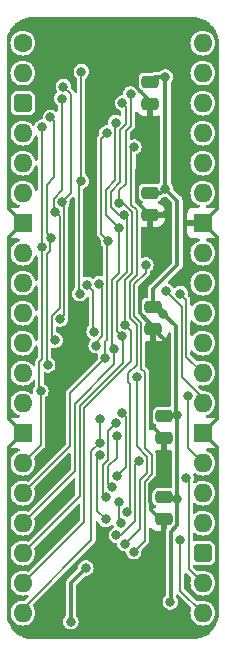
<source format=gbr>
%TF.GenerationSoftware,KiCad,Pcbnew,7.0.5*%
%TF.CreationDate,2023-12-15T16:36:39+02:00*%
%TF.ProjectId,HCP65 Device Reset,48435036-3520-4446-9576-696365205265,rev?*%
%TF.SameCoordinates,Original*%
%TF.FileFunction,Copper,L2,Bot*%
%TF.FilePolarity,Positive*%
%FSLAX46Y46*%
G04 Gerber Fmt 4.6, Leading zero omitted, Abs format (unit mm)*
G04 Created by KiCad (PCBNEW 7.0.5) date 2023-12-15 16:36:39*
%MOMM*%
%LPD*%
G01*
G04 APERTURE LIST*
G04 Aperture macros list*
%AMRoundRect*
0 Rectangle with rounded corners*
0 $1 Rounding radius*
0 $2 $3 $4 $5 $6 $7 $8 $9 X,Y pos of 4 corners*
0 Add a 4 corners polygon primitive as box body*
4,1,4,$2,$3,$4,$5,$6,$7,$8,$9,$2,$3,0*
0 Add four circle primitives for the rounded corners*
1,1,$1+$1,$2,$3*
1,1,$1+$1,$4,$5*
1,1,$1+$1,$6,$7*
1,1,$1+$1,$8,$9*
0 Add four rect primitives between the rounded corners*
20,1,$1+$1,$2,$3,$4,$5,0*
20,1,$1+$1,$4,$5,$6,$7,0*
20,1,$1+$1,$6,$7,$8,$9,0*
20,1,$1+$1,$8,$9,$2,$3,0*%
G04 Aperture macros list end*
%TA.AperFunction,ComponentPad*%
%ADD10C,1.600000*%
%TD*%
%TA.AperFunction,ComponentPad*%
%ADD11O,1.600000X1.600000*%
%TD*%
%TA.AperFunction,ComponentPad*%
%ADD12RoundRect,0.400000X-0.400000X-0.400000X0.400000X-0.400000X0.400000X0.400000X-0.400000X0.400000X0*%
%TD*%
%TA.AperFunction,ComponentPad*%
%ADD13R,1.600000X1.600000*%
%TD*%
%TA.AperFunction,SMDPad,CuDef*%
%ADD14RoundRect,0.250000X-0.475000X0.250000X-0.475000X-0.250000X0.475000X-0.250000X0.475000X0.250000X0*%
%TD*%
%TA.AperFunction,ViaPad*%
%ADD15C,0.800000*%
%TD*%
%TA.AperFunction,Conductor*%
%ADD16C,0.200000*%
%TD*%
%TA.AperFunction,Conductor*%
%ADD17C,0.380000*%
%TD*%
%TA.AperFunction,Conductor*%
%ADD18C,0.350000*%
%TD*%
G04 APERTURE END LIST*
D10*
%TO.P,J4,1,Pin_1*%
%TO.N,/~{Reset}_{Device}1*%
X86360000Y-71120000D03*
D11*
%TO.P,J4,2,Pin_2*%
%TO.N,/~{Reset}_{Device}2*%
X86360000Y-73660000D03*
D12*
%TO.P,J4,3,Pin_3*%
%TO.N,/5V*%
X86360000Y-76200000D03*
D11*
%TO.P,J4,4,Pin_4*%
%TO.N,/~{Reset}_{Device}3*%
X86360000Y-78740000D03*
%TO.P,J4,5,Pin_5*%
%TO.N,/~{Reset}_{Device}8*%
X86360000Y-81280000D03*
%TO.P,J4,6,Pin_6*%
%TO.N,/~{Reset}_{Device}9*%
X86360000Y-83820000D03*
D13*
%TO.P,J4,7,Pin_7*%
%TO.N,/GND*%
X86360000Y-86360000D03*
D11*
%TO.P,J4,8,Pin_8*%
%TO.N,/~{Reset}_{Device}10*%
X86360000Y-88900000D03*
%TO.P,J4,9,Pin_9*%
%TO.N,/~{Reset}_{Device}11*%
X86360000Y-91440000D03*
%TO.P,J4,10,Pin_10*%
%TO.N,unconnected-(J4-Pin_10-Pad10)*%
X86360000Y-93980000D03*
%TO.P,J4,11,Pin_11*%
%TO.N,/D0*%
X86360000Y-96520000D03*
%TO.P,J4,12,Pin_12*%
%TO.N,/D1*%
X86360000Y-99060000D03*
%TO.P,J4,13,Pin_13*%
%TO.N,/D2*%
X86360000Y-101600000D03*
D13*
%TO.P,J4,14,Pin_14*%
%TO.N,/GND*%
X86360000Y-104140000D03*
D11*
%TO.P,J4,15,Pin_15*%
%TO.N,/D3*%
X86360000Y-106680000D03*
%TO.P,J4,16,Pin_16*%
%TO.N,/D4*%
X86360000Y-109220000D03*
%TO.P,J4,17,Pin_17*%
%TO.N,/D5*%
X86360000Y-111760000D03*
%TO.P,J4,18,Pin_18*%
%TO.N,/D6*%
X86360000Y-114300000D03*
%TO.P,J4,19,Pin_19*%
%TO.N,/D7*%
X86360000Y-116840000D03*
%TO.P,J4,20,Pin_20*%
%TO.N,/~{WD}*%
X86360000Y-119380000D03*
%TO.P,J4,21,Pin_21*%
%TO.N,/~{CLK}*%
X101600000Y-119380000D03*
%TO.P,J4,22,Pin_22*%
%TO.N,/~{Device Enable}_{ 16..19}*%
X101600000Y-116840000D03*
D12*
%TO.P,J4,23,Pin_23*%
%TO.N,/5V*%
X101600000Y-114300000D03*
D11*
%TO.P,J4,24,Pin_24*%
%TO.N,/~{Device Enable}_{ 8..15}*%
X101600000Y-111760000D03*
%TO.P,J4,25,Pin_25*%
%TO.N,/~{Device Enable}_{ 1..7}*%
X101600000Y-109220000D03*
%TO.P,J4,26,Pin_26*%
%TO.N,/~{Reset}_{Device}19*%
X101600000Y-106680000D03*
D13*
%TO.P,J4,27,Pin_27*%
%TO.N,/GND*%
X101600000Y-104140000D03*
D11*
%TO.P,J4,28,Pin_28*%
%TO.N,/~{Reset}_{Device}18*%
X101600000Y-101600000D03*
%TO.P,J4,29,Pin_29*%
%TO.N,/~{Reset}_{Device}17*%
X101600000Y-99060000D03*
%TO.P,J4,30,Pin_30*%
%TO.N,/~{Reset}_{Device}16*%
X101600000Y-96520000D03*
%TO.P,J4,31,Pin_31*%
%TO.N,/~{Reset}_{Device}12*%
X101600000Y-93980000D03*
%TO.P,J4,32,Pin_32*%
%TO.N,/~{Reset}_{Device}13*%
X101600000Y-91440000D03*
%TO.P,J4,33,Pin_33*%
%TO.N,/~{Reset}_{Device}14*%
X101600000Y-88900000D03*
D13*
%TO.P,J4,34,Pin_34*%
%TO.N,/GND*%
X101600000Y-86360000D03*
D11*
%TO.P,J4,35,Pin_35*%
%TO.N,/~{Reset}_{Device}15*%
X101600000Y-83820000D03*
%TO.P,J4,36,Pin_36*%
%TO.N,/~{Reset}_{Device}4*%
X101600000Y-81280000D03*
%TO.P,J4,37,Pin_37*%
%TO.N,/~{Reset}_{Device}5*%
X101600000Y-78740000D03*
%TO.P,J4,38,Pin_38*%
%TO.N,/~{Reset}_{Device}6*%
X101600000Y-76200000D03*
%TO.P,J4,39,Pin_39*%
%TO.N,/~{Reset}_{Device}7*%
X101600000Y-73660000D03*
%TO.P,J4,40,Pin_40*%
%TO.N,/~{Reset}*%
X101600000Y-71120000D03*
%TD*%
D14*
%TO.P,C8,1*%
%TO.N,/3.3V*%
X97409000Y-93427000D03*
%TO.P,C8,2*%
%TO.N,/GND*%
X97409000Y-95327000D03*
%TD*%
%TO.P,C1,1*%
%TO.N,/3.3V*%
X97155000Y-83775000D03*
%TO.P,C1,2*%
%TO.N,/GND*%
X97155000Y-85675000D03*
%TD*%
%TO.P,C2,1*%
%TO.N,/3.3V*%
X97155000Y-74377000D03*
%TO.P,C2,2*%
%TO.N,/GND*%
X97155000Y-76277000D03*
%TD*%
%TO.P,C7,1*%
%TO.N,/3.3V*%
X98298000Y-109556000D03*
%TO.P,C7,2*%
%TO.N,/GND*%
X98298000Y-111456000D03*
%TD*%
%TO.P,C6,1*%
%TO.N,/3.3V*%
X98298000Y-102698000D03*
%TO.P,C6,2*%
%TO.N,/GND*%
X98298000Y-104598000D03*
%TD*%
D15*
%TO.N,/3.3V*%
X98262870Y-94034427D03*
X99413000Y-102616000D03*
X99438189Y-109730775D03*
X98425000Y-83439000D03*
X98425000Y-73986984D03*
X98846011Y-118450989D03*
%TO.N,/GND*%
X98043998Y-114427002D03*
X97478506Y-100776000D03*
X89027000Y-117474992D03*
X97155000Y-80711502D03*
X98297980Y-107314990D03*
X87136304Y-92604456D03*
X98128869Y-90110901D03*
X98552000Y-85598000D03*
%TO.N,/5V*%
X91694001Y-115569999D03*
X90424409Y-120129000D03*
%TO.N,/D0*%
X89535000Y-94488000D03*
X89662000Y-84581990D03*
X89789000Y-74803000D03*
%TO.N,/D1*%
X89075758Y-85392128D03*
X89100000Y-96280424D03*
X89662000Y-75819000D03*
%TO.N,/D2*%
X88693682Y-77422317D03*
X88767162Y-87601698D03*
X88468525Y-98374525D03*
%TO.N,/D3*%
X88011000Y-78232000D03*
X87884000Y-100584000D03*
X87965726Y-88411224D03*
%TO.N,/D4*%
X93599000Y-87884000D03*
X93484000Y-78740000D03*
X93350814Y-97790000D03*
%TO.N,/D5*%
X94460999Y-86741000D03*
X94112000Y-97063998D03*
X94234000Y-77851000D03*
%TO.N,/D6*%
X94795757Y-76199994D03*
X94884000Y-85719026D03*
X94745127Y-95933366D03*
%TO.N,/D7*%
X95495757Y-75422235D03*
X94508571Y-84704020D03*
X95005162Y-94967764D03*
%TO.N,/~{Reset}*%
X91313000Y-73533000D03*
X91313000Y-82804000D03*
X91181993Y-92345000D03*
%TO.N,/~{Device Enable}_{ 8..15}*%
X93882937Y-108720763D03*
X94299000Y-104393996D03*
%TO.N,/~{Device Enable}_{ 16..19}*%
X100203000Y-107950000D03*
%TO.N,/~{WD}*%
X92870849Y-102934537D03*
X92862833Y-105001165D03*
%TO.N,/Write Device Reset_{ 8..15}*%
X93370400Y-111455196D03*
X92899000Y-106000514D03*
%TO.N,/Write Device Reset_{ 16..19}*%
X94276642Y-112801611D03*
X96173000Y-106472132D03*
%TO.N,/~{Reset}_{Device}17*%
X92405161Y-95542747D03*
X99695000Y-92329000D03*
X91806450Y-91563937D03*
%TO.N,/~{Reset}_{Device}18*%
X98501531Y-92125481D03*
X92804000Y-91493949D03*
X92558150Y-96746406D03*
%TO.N,/~{Reset}_{Device}19*%
X100330000Y-100965000D03*
%TO.N,/~{Device Enable}_{ 1..7}*%
X94303426Y-107813462D03*
X94773000Y-102410375D03*
%TO.N,/Write Device Reset_{ 1..7}*%
X93379138Y-109584586D03*
X94227407Y-103309297D03*
%TO.N,/Write Device Reset_{ 1..7}\u00B7~{CLK}*%
X95173000Y-110859947D03*
X95753000Y-79921502D03*
%TO.N,/Write Device Reset_{ 8..15}\u00B7~{CLK}*%
X96774000Y-89916000D03*
X95750610Y-114173000D03*
%TO.N,/~{CLK}*%
X99695000Y-113157000D03*
X94646557Y-111737425D03*
X94465002Y-109985191D03*
%TO.N,/Write Device Reset_{ 16..19}\u00B7~{CLK}*%
X95007596Y-113503720D03*
X95993000Y-99376000D03*
%TD*%
D16*
%TO.N,/Write Device Reset_{ 16..19}*%
X95873000Y-111594200D02*
X94665589Y-112801611D01*
%TO.N,/~{CLK}*%
X94465002Y-109985191D02*
X94465002Y-111555870D01*
%TO.N,/Write Device Reset_{ 16..19}\u00B7~{CLK}*%
X96273000Y-112238316D02*
X95007596Y-113503720D01*
X96873000Y-107481320D02*
X96273000Y-108081320D01*
X96873000Y-106132182D02*
X96873000Y-107481320D01*
%TO.N,/~{CLK}*%
X94465002Y-111555870D02*
X94646557Y-111737425D01*
%TO.N,/Write Device Reset_{ 16..19}\u00B7~{CLK}*%
X95993000Y-99376000D02*
X95993000Y-105252182D01*
%TO.N,/Write Device Reset_{ 8..15}\u00B7~{CLK}*%
X96673000Y-113250610D02*
X95750610Y-114173000D01*
X96673000Y-108247006D02*
X96673000Y-113250610D01*
X97273000Y-105966497D02*
X97273000Y-107647006D01*
%TO.N,/Write Device Reset_{ 16..19}*%
X94665589Y-112801611D02*
X94276642Y-112801611D01*
X96173000Y-106472132D02*
X95873000Y-106772132D01*
%TO.N,/Write Device Reset_{ 8..15}\u00B7~{CLK}*%
X96693000Y-105386496D02*
X97273000Y-105966497D01*
%TO.N,/Write Device Reset_{ 16..19}*%
X95873000Y-106772132D02*
X95873000Y-111594200D01*
%TO.N,/Write Device Reset_{ 8..15}\u00B7~{CLK}*%
X96693000Y-99002050D02*
X96693000Y-105386496D01*
X96384000Y-94790966D02*
X96384000Y-98693050D01*
X96774000Y-90551000D02*
X95796000Y-91529000D01*
X96774000Y-89916000D02*
X96774000Y-90551000D01*
X95796000Y-94202965D02*
X96384000Y-94790966D01*
%TO.N,/Write Device Reset_{ 16..19}\u00B7~{CLK}*%
X95993000Y-105252182D02*
X96873000Y-106132182D01*
%TO.N,/Write Device Reset_{ 8..15}\u00B7~{CLK}*%
X97273000Y-107647006D02*
X96673000Y-108247006D01*
X95796000Y-91529000D02*
X95796000Y-94202965D01*
X96384000Y-98693050D02*
X96693000Y-99002050D01*
%TO.N,/Write Device Reset_{ 16..19}\u00B7~{CLK}*%
X96273000Y-108081320D02*
X96273000Y-112238316D01*
%TO.N,/Write Device Reset_{ 8..15}*%
X92664533Y-110749329D02*
X93370400Y-111455196D01*
X92664533Y-106234981D02*
X92664533Y-110749329D01*
X92899000Y-106000514D02*
X92664533Y-106234981D01*
%TO.N,/Write Device Reset_{ 1..7}\u00B7~{CLK}*%
X95473000Y-110559947D02*
X95173000Y-110859947D01*
X95473000Y-100007425D02*
X95473000Y-110559947D01*
X95984000Y-98395050D02*
X95293000Y-99086050D01*
X95984000Y-94956651D02*
X95984000Y-98395050D01*
X95396000Y-94368650D02*
X95984000Y-94956651D01*
X95293000Y-99827425D02*
X95473000Y-100007425D01*
X95396000Y-91363315D02*
X95396000Y-94368650D01*
X95984000Y-90775315D02*
X95396000Y-91363315D01*
X95550000Y-80124502D02*
X95550000Y-84812964D01*
X95753000Y-79921502D02*
X95550000Y-80124502D01*
X95550000Y-84812964D02*
X95984000Y-85246965D01*
X95984000Y-85246965D02*
X95984000Y-90775315D01*
X95293000Y-99086050D02*
X95293000Y-99827425D01*
D17*
%TO.N,/GND*%
X97216976Y-110678976D02*
X97994000Y-111456000D01*
X97163000Y-108449970D02*
X97163001Y-109981689D01*
X97216976Y-110035664D02*
X97216976Y-110678976D01*
X97163001Y-109981689D02*
X97216976Y-110035664D01*
X98297980Y-107314990D02*
X97163000Y-108449970D01*
%TO.N,/3.3V*%
X99413000Y-102616000D02*
X99413000Y-109705586D01*
X98846011Y-118450989D02*
X98897500Y-118399500D01*
X97155000Y-74377000D02*
X97545016Y-73986984D01*
X98679000Y-102616000D02*
X99413000Y-102616000D01*
X98897500Y-118399500D02*
X98897500Y-112486597D01*
X99441000Y-84455000D02*
X98425000Y-83439000D01*
X98089000Y-83775000D02*
X98425000Y-83439000D01*
X98470000Y-109728000D02*
X99435414Y-109728000D01*
X97155000Y-83775000D02*
X98089000Y-83775000D01*
X99314000Y-102517000D02*
X99314000Y-95085557D01*
X99441000Y-89916000D02*
X99441000Y-84455000D01*
X97545016Y-73986984D02*
X98425000Y-73986984D01*
X98897500Y-112486597D02*
X99438189Y-111945908D01*
X99413000Y-102616000D02*
X99314000Y-102517000D01*
X98425000Y-83439000D02*
X98425000Y-73986984D01*
X97409000Y-93427000D02*
X97409000Y-91948000D01*
X99435414Y-109728000D02*
X99438189Y-109730775D01*
X97898049Y-93427000D02*
X98262870Y-93791821D01*
X99438189Y-111945908D02*
X99438189Y-109730775D01*
X98262870Y-93791821D02*
X98262870Y-94034427D01*
X99413000Y-109705586D02*
X99438189Y-109730775D01*
X99314000Y-95085557D02*
X98262870Y-94034427D01*
X97409000Y-91948000D02*
X99441000Y-89916000D01*
%TO.N,/GND*%
X98475000Y-85675000D02*
X98552000Y-85598000D01*
D18*
X85185000Y-105315000D02*
X85185000Y-119673716D01*
X85157000Y-85157000D02*
X85157000Y-75498000D01*
X85185000Y-87535000D02*
X86360000Y-86360000D01*
D17*
X97155000Y-85675000D02*
X97155000Y-87630000D01*
D18*
X87725000Y-74835000D02*
X90551000Y-72009000D01*
D17*
X97155000Y-76277000D02*
X97155000Y-80711502D01*
D18*
X102802999Y-102937001D02*
X101600000Y-104140000D01*
X86360000Y-104140000D02*
X85185000Y-102965000D01*
D17*
X98297990Y-107315000D02*
X98297980Y-107314990D01*
D18*
X102775000Y-75523299D02*
X102086701Y-74835000D01*
X85185000Y-102965000D02*
X85185000Y-92075000D01*
X101600000Y-86360000D02*
X102802999Y-87562999D01*
D17*
X97409000Y-95327000D02*
X98298000Y-96216000D01*
D18*
X98043998Y-118237002D02*
X98043998Y-114427002D01*
X95377000Y-120904000D02*
X98043998Y-118237002D01*
X85193880Y-119746849D02*
X85252695Y-119985469D01*
X87125760Y-92615000D02*
X87136304Y-92604456D01*
X99949000Y-120650000D02*
X98043998Y-118744998D01*
D17*
X98298000Y-111456000D02*
X98298000Y-114173000D01*
D18*
X85252695Y-119985469D02*
X86171226Y-120904000D01*
X102707273Y-119796727D02*
X102707273Y-119985461D01*
D17*
X96294000Y-94008001D02*
X96294000Y-91945770D01*
D18*
X101600000Y-86360000D02*
X102775000Y-85185000D01*
X85725000Y-92615000D02*
X87125760Y-92615000D01*
X85185000Y-92075000D02*
X85725000Y-92615000D01*
D17*
X98298000Y-107315000D02*
X98297990Y-107315000D01*
X97183000Y-103483000D02*
X97183000Y-101071506D01*
X98128869Y-88603869D02*
X98128869Y-90110901D01*
X98298000Y-96216000D02*
X98298000Y-99956506D01*
D18*
X86171226Y-120904000D02*
X95377000Y-120904000D01*
X85185000Y-92075000D02*
X85185000Y-87535000D01*
X102775000Y-85185000D02*
X102775000Y-75523299D01*
D17*
X98298000Y-104598000D02*
X97183000Y-103483000D01*
X98298000Y-104598000D02*
X98298000Y-107315000D01*
X97183000Y-101071506D02*
X97478506Y-100776000D01*
D18*
X85157000Y-75498000D02*
X85820000Y-74835000D01*
X102796218Y-105336218D02*
X102796218Y-119498694D01*
X85185000Y-119673716D02*
X85193880Y-119746849D01*
D17*
X96294000Y-91945770D02*
X98128869Y-90110901D01*
D18*
X90551000Y-72009000D02*
X93178538Y-72009000D01*
X98287299Y-72009000D02*
X93178538Y-72009000D01*
X93178538Y-72009000D02*
X97155000Y-75985462D01*
X102042734Y-120650000D02*
X99949000Y-120650000D01*
X101600000Y-104140000D02*
X102796218Y-105336218D01*
D17*
X96040000Y-81826502D02*
X97155000Y-80711502D01*
D18*
X86360000Y-104140000D02*
X85185000Y-105315000D01*
D17*
X97155000Y-85675000D02*
X98475000Y-85675000D01*
X98298000Y-99956506D02*
X97478506Y-100776000D01*
D18*
X102086701Y-74835000D02*
X101113299Y-74835000D01*
X102767323Y-119736677D02*
X102707273Y-119796727D01*
X102796218Y-119498694D02*
X102767323Y-119736677D01*
X101113299Y-74835000D02*
X98287299Y-72009000D01*
X98043998Y-118744998D02*
X98043998Y-118237002D01*
D17*
X98298000Y-114173000D02*
X98043998Y-114427002D01*
X97155000Y-87630000D02*
X98128869Y-88603869D01*
D18*
X102802999Y-87562999D02*
X102802999Y-102937001D01*
D17*
X97155000Y-85675000D02*
X96040000Y-84560000D01*
D18*
X85820000Y-74835000D02*
X87725000Y-74835000D01*
X102707273Y-119985461D02*
X102042734Y-120650000D01*
D17*
X96040000Y-84560000D02*
X96040000Y-81826502D01*
X97409000Y-95123001D02*
X96294000Y-94008001D01*
D18*
X86360000Y-86360000D02*
X85157000Y-85157000D01*
D17*
%TO.N,/5V*%
X90424000Y-116840000D02*
X90424000Y-120128591D01*
X90424000Y-120128591D02*
X90424409Y-120129000D01*
X91694001Y-115569999D02*
X90424000Y-116840000D01*
D16*
%TO.N,/D0*%
X89867162Y-94155838D02*
X89867162Y-84787152D01*
X90424000Y-75438000D02*
X90424000Y-83819990D01*
X89535000Y-94488000D02*
X89867162Y-94155838D01*
X89789000Y-74803000D02*
X90424000Y-75438000D01*
X89867162Y-84787152D02*
X89662000Y-84581990D01*
X90424000Y-83819990D02*
X89662000Y-84581990D01*
%TO.N,/D1*%
X88962000Y-84292040D02*
X88962000Y-85278370D01*
X89662000Y-83592040D02*
X88962000Y-84292040D01*
X89467162Y-93565888D02*
X89467162Y-85783532D01*
X89100000Y-96280424D02*
X88835000Y-96015424D01*
X88962000Y-85278370D02*
X89075758Y-85392128D01*
X89467162Y-85783532D02*
X89075758Y-85392128D01*
X88835000Y-94198050D02*
X89467162Y-93565888D01*
X89662000Y-75819000D02*
X89662000Y-83592040D01*
X88835000Y-96015424D02*
X88835000Y-94198050D01*
%TO.N,/D2*%
X88767162Y-87601698D02*
X88375758Y-87210294D01*
X88400000Y-98306000D02*
X88468525Y-98374525D01*
X88375758Y-87210294D02*
X88375758Y-83131927D01*
X88665726Y-87703134D02*
X88665726Y-88701174D01*
X89027000Y-82480685D02*
X89027000Y-77755635D01*
X88665726Y-88701174D02*
X88400000Y-88966900D01*
X88400000Y-88966900D02*
X88400000Y-98306000D01*
X88375758Y-83131927D02*
X89027000Y-82480685D01*
X88767162Y-87601698D02*
X88665726Y-87703134D01*
X89027000Y-77755635D02*
X88693682Y-77422317D01*
%TO.N,/D3*%
X87884000Y-100584000D02*
X87768525Y-100468525D01*
X87768525Y-100468525D02*
X87768525Y-98084575D01*
X87965726Y-97887374D02*
X87965726Y-88411224D01*
X87965726Y-78277274D02*
X87965726Y-88411224D01*
X87884000Y-105156000D02*
X87884000Y-100584000D01*
X87768525Y-98084575D02*
X87965726Y-97887374D01*
X86360000Y-106680000D02*
X87884000Y-105156000D01*
X88011000Y-78232000D02*
X87965726Y-78277274D01*
%TO.N,/D4*%
X86360000Y-109220000D02*
X90367000Y-105213000D01*
X90367000Y-105213000D02*
X90367000Y-100773814D01*
X90367000Y-100773814D02*
X93350814Y-97790000D01*
X93599000Y-87884000D02*
X93008571Y-87293571D01*
X93350814Y-96387186D02*
X93350814Y-97790000D01*
X93599000Y-87884000D02*
X93504000Y-87979000D01*
X93505161Y-96232839D02*
X93350814Y-96387186D01*
X93008571Y-87293571D02*
X93008571Y-79215429D01*
X93008571Y-79215429D02*
X93484000Y-78740000D01*
X93504000Y-91628263D02*
X93505161Y-91629425D01*
X93504000Y-87979000D02*
X93504000Y-91628263D01*
X93505161Y-91629425D02*
X93505161Y-96232839D01*
%TO.N,/D5*%
X94184000Y-77901000D02*
X94184000Y-82749981D01*
X93904000Y-91462577D02*
X93904000Y-91158259D01*
X94234000Y-77851000D02*
X94184000Y-77901000D01*
X90767000Y-107353000D02*
X90767000Y-101649628D01*
X93905162Y-91463739D02*
X93904000Y-91462577D01*
X94112000Y-98304628D02*
X94112000Y-97063998D01*
X93904000Y-91158259D02*
X94460999Y-90601259D01*
X93408571Y-83525410D02*
X93408571Y-85688572D01*
X94184000Y-82749981D02*
X93408571Y-83525410D01*
X90767000Y-101649628D02*
X94112000Y-98304628D01*
X86360000Y-111760000D02*
X90767000Y-107353000D01*
X94112000Y-97063998D02*
X93905162Y-96857160D01*
X93905162Y-96857160D02*
X93905162Y-91463739D01*
X93408571Y-85688572D02*
X94460999Y-86741000D01*
X94460999Y-90601259D02*
X94460999Y-86741000D01*
%TO.N,/D6*%
X94812000Y-96000239D02*
X94745127Y-95933366D01*
X95160999Y-85996025D02*
X95160999Y-90466945D01*
X94812000Y-98170314D02*
X94812000Y-96000239D01*
X91167000Y-101815314D02*
X94812000Y-98170314D01*
X94584000Y-78490950D02*
X95061000Y-78013950D01*
X95061000Y-78013950D02*
X95061000Y-76465237D01*
X91167000Y-109493000D02*
X91167000Y-101815314D01*
X86360000Y-114300000D02*
X91167000Y-109493000D01*
X94884000Y-85719026D02*
X94533627Y-85719026D01*
X94533627Y-85719026D02*
X93808571Y-84993970D01*
X93808571Y-83691095D02*
X94584000Y-82915666D01*
X95061000Y-76465237D02*
X94795757Y-76199994D01*
X94305162Y-95493401D02*
X94745127Y-95933366D01*
X93808571Y-84993970D02*
X93808571Y-83691095D01*
X94305162Y-91322783D02*
X94305162Y-95493401D01*
X94884000Y-85719026D02*
X95160999Y-85996025D01*
X95160999Y-90466945D02*
X94305162Y-91322783D01*
X94584000Y-82915666D02*
X94584000Y-78490950D01*
%TO.N,/D7*%
X94875370Y-84704020D02*
X95584000Y-85412650D01*
X95053000Y-83012350D02*
X94508571Y-83556779D01*
X91567000Y-101981000D02*
X95507000Y-98041000D01*
X95053000Y-78587635D02*
X95053000Y-83012350D01*
X95507000Y-98041000D02*
X95507000Y-95469602D01*
X95584000Y-90609629D02*
X94996000Y-91197629D01*
X94996000Y-91197629D02*
X94996000Y-94958602D01*
X94508571Y-84704020D02*
X94875370Y-84704020D01*
X86360000Y-116840000D02*
X91567000Y-111633000D01*
X94508571Y-83556779D02*
X94508571Y-84704020D01*
X95495757Y-78144878D02*
X95053000Y-78587635D01*
X95507000Y-95469602D02*
X95005162Y-94967764D01*
X95584000Y-85412650D02*
X95584000Y-90609629D01*
X91567000Y-111633000D02*
X91567000Y-101981000D01*
X95495757Y-75422235D02*
X95495757Y-78144878D01*
X94996000Y-94958602D02*
X95005162Y-94967764D01*
%TO.N,/~{Reset}*%
X91313000Y-82804000D02*
X91313000Y-73533000D01*
X91106450Y-92269457D02*
X91181993Y-92345000D01*
X91106450Y-83010550D02*
X91106450Y-92269457D01*
X91313000Y-82804000D02*
X91106450Y-83010550D01*
%TO.N,/~{Device Enable}_{ 8..15}*%
X93599000Y-106965635D02*
X94299000Y-106265635D01*
X93599000Y-108436826D02*
X93599000Y-106965635D01*
X94299000Y-106265635D02*
X94299000Y-104393996D01*
X93882937Y-108720763D02*
X93599000Y-108436826D01*
%TO.N,/~{Device Enable}_{ 16..19}*%
X101600000Y-116840000D02*
X100395000Y-115635000D01*
X100395000Y-115635000D02*
X100395000Y-108142000D01*
X100395000Y-108142000D02*
X100203000Y-107950000D01*
%TO.N,/~{WD}*%
X92870849Y-104993149D02*
X92862833Y-105001165D01*
X92172406Y-105691592D02*
X92862833Y-105001165D01*
X92172406Y-113186594D02*
X92172406Y-105691592D01*
X86360000Y-118999000D02*
X92172406Y-113186594D01*
X92870849Y-102934537D02*
X92870849Y-104993149D01*
%TO.N,/~{Reset}_{Device}17*%
X92405161Y-95542747D02*
X92343197Y-95480783D01*
X100204000Y-92838000D02*
X99695000Y-92329000D01*
X92343197Y-95480783D02*
X92343197Y-92100684D01*
X92343197Y-92100684D02*
X91806450Y-91563937D01*
X101600000Y-99060000D02*
X100204000Y-97664000D01*
X100204000Y-97664000D02*
X100204000Y-92838000D01*
%TO.N,/~{Reset}_{Device}18*%
X92558150Y-96487165D02*
X93105161Y-95940154D01*
X99804000Y-93427950D02*
X98501531Y-92125481D01*
X92558150Y-96746406D02*
X92558150Y-96487165D01*
X93105161Y-91795110D02*
X92804000Y-91493949D01*
X93105161Y-95940154D02*
X93105161Y-91795110D01*
X99804000Y-99352350D02*
X99804000Y-93427950D01*
X101600000Y-101148350D02*
X99804000Y-99352350D01*
%TO.N,/~{Reset}_{Device}19*%
X100330000Y-100965000D02*
X100330000Y-105410000D01*
X100330000Y-105410000D02*
X101600000Y-106680000D01*
%TO.N,/~{Device Enable}_{ 1..7}*%
X95073000Y-102710375D02*
X94773000Y-102410375D01*
X94303426Y-107813462D02*
X95073000Y-107043888D01*
X95073000Y-107043888D02*
X95073000Y-102710375D01*
%TO.N,/Write Device Reset_{ 1..7}*%
X93153000Y-109358448D02*
X93153000Y-106845950D01*
X93599000Y-106399950D02*
X93599000Y-103937704D01*
X93599000Y-103937704D02*
X94227407Y-103309297D01*
X93153000Y-106845950D02*
X93599000Y-106399950D01*
X93379138Y-109584586D02*
X93153000Y-109358448D01*
%TO.N,/~{CLK}*%
X101600000Y-119380000D02*
X99695000Y-117475000D01*
X99695000Y-117475000D02*
X99695000Y-113157000D01*
%TD*%
%TA.AperFunction,Conductor*%
%TO.N,/GND*%
G36*
X90675284Y-84166900D02*
G01*
X90731217Y-84208772D01*
X90755634Y-84274236D01*
X90755950Y-84283082D01*
X90755950Y-91797573D01*
X90736265Y-91864612D01*
X90714178Y-91890388D01*
X90691510Y-91910469D01*
X90691508Y-91910472D01*
X90601774Y-92040475D01*
X90601773Y-92040476D01*
X90545755Y-92188181D01*
X90526715Y-92344999D01*
X90526715Y-92345000D01*
X90545755Y-92501818D01*
X90591828Y-92623300D01*
X90601773Y-92649523D01*
X90691510Y-92779530D01*
X90809753Y-92884283D01*
X90809755Y-92884284D01*
X90949627Y-92957696D01*
X91103007Y-92995500D01*
X91103008Y-92995500D01*
X91260978Y-92995500D01*
X91414358Y-92957696D01*
X91458228Y-92934671D01*
X91554233Y-92884283D01*
X91672476Y-92779530D01*
X91762213Y-92649523D01*
X91762212Y-92649523D01*
X91766474Y-92643350D01*
X91769183Y-92645220D01*
X91807434Y-92605650D01*
X91875446Y-92589644D01*
X91941315Y-92612948D01*
X91984128Y-92668164D01*
X91992697Y-92713460D01*
X91992696Y-94983290D01*
X91973011Y-95050330D01*
X91950925Y-95076104D01*
X91914679Y-95108215D01*
X91914676Y-95108219D01*
X91824942Y-95238222D01*
X91824941Y-95238223D01*
X91768923Y-95385928D01*
X91749883Y-95542746D01*
X91749883Y-95542747D01*
X91768923Y-95699565D01*
X91811717Y-95812402D01*
X91824941Y-95847270D01*
X91914678Y-95977277D01*
X91991512Y-96045345D01*
X92032923Y-96082032D01*
X92058596Y-96095506D01*
X92108809Y-96144091D01*
X92124783Y-96212110D01*
X92101448Y-96277967D01*
X92083197Y-96298117D01*
X92067668Y-96311874D01*
X91977931Y-96441881D01*
X91977930Y-96441882D01*
X91921912Y-96589587D01*
X91902872Y-96746405D01*
X91902872Y-96746406D01*
X91921912Y-96903224D01*
X91967157Y-97022523D01*
X91977930Y-97050929D01*
X92067667Y-97180936D01*
X92185910Y-97285689D01*
X92185912Y-97285690D01*
X92325784Y-97359102D01*
X92479164Y-97396906D01*
X92624540Y-97396906D01*
X92691579Y-97416591D01*
X92737334Y-97469395D01*
X92747278Y-97538553D01*
X92740483Y-97564871D01*
X92729261Y-97594462D01*
X92714576Y-97633182D01*
X92695536Y-97790000D01*
X92705538Y-97872381D01*
X92694077Y-97941304D01*
X92670123Y-97975007D01*
X90153955Y-100491175D01*
X90134106Y-100507296D01*
X90126331Y-100512376D01*
X90106143Y-100538312D01*
X90101067Y-100544062D01*
X90098634Y-100546495D01*
X90098624Y-100546508D01*
X90086695Y-100563215D01*
X90085164Y-100565267D01*
X90054483Y-100604686D01*
X90050975Y-100611167D01*
X90047761Y-100617745D01*
X90033506Y-100665623D01*
X90032725Y-100668060D01*
X90016499Y-100715326D01*
X90015294Y-100722547D01*
X90014382Y-100729860D01*
X90016447Y-100779762D01*
X90016500Y-100782324D01*
X90016500Y-105016455D01*
X89996815Y-105083494D01*
X89980181Y-105104136D01*
X86874508Y-108209808D01*
X86813185Y-108243293D01*
X86750833Y-108240788D01*
X86565934Y-108184700D01*
X86565932Y-108184699D01*
X86565934Y-108184699D01*
X86364132Y-108164824D01*
X86360000Y-108164417D01*
X86359999Y-108164417D01*
X86154067Y-108184699D01*
X85978692Y-108237898D01*
X85960909Y-108243293D01*
X85956043Y-108244769D01*
X85845897Y-108303643D01*
X85773550Y-108342315D01*
X85773548Y-108342316D01*
X85773547Y-108342317D01*
X85613589Y-108473589D01*
X85482317Y-108633547D01*
X85384769Y-108816043D01*
X85324699Y-109014067D01*
X85304417Y-109220000D01*
X85324699Y-109425932D01*
X85324700Y-109425934D01*
X85384768Y-109623954D01*
X85482315Y-109806450D01*
X85482317Y-109806452D01*
X85613589Y-109966410D01*
X85675405Y-110017140D01*
X85773550Y-110097685D01*
X85956046Y-110195232D01*
X86154066Y-110255300D01*
X86154065Y-110255300D01*
X86173164Y-110257181D01*
X86360000Y-110275583D01*
X86565934Y-110255300D01*
X86763954Y-110195232D01*
X86946450Y-110097685D01*
X87106410Y-109966410D01*
X87237685Y-109806450D01*
X87335232Y-109623954D01*
X87395300Y-109425934D01*
X87415583Y-109220000D01*
X87395300Y-109014066D01*
X87339210Y-108829163D01*
X87338588Y-108759298D01*
X87370189Y-108705491D01*
X90204821Y-105870859D01*
X90266142Y-105837376D01*
X90335834Y-105842360D01*
X90391767Y-105884232D01*
X90416184Y-105949696D01*
X90416500Y-105958542D01*
X90416500Y-107156455D01*
X90396815Y-107223494D01*
X90380181Y-107244136D01*
X86874508Y-110749808D01*
X86813185Y-110783293D01*
X86750833Y-110780788D01*
X86565934Y-110724700D01*
X86565932Y-110724699D01*
X86565934Y-110724699D01*
X86360000Y-110704417D01*
X86154067Y-110724699D01*
X85978692Y-110777898D01*
X85960909Y-110783293D01*
X85956043Y-110784769D01*
X85890710Y-110819691D01*
X85773550Y-110882315D01*
X85773548Y-110882316D01*
X85773547Y-110882317D01*
X85613589Y-111013589D01*
X85482317Y-111173547D01*
X85384769Y-111356043D01*
X85324699Y-111554067D01*
X85304417Y-111759999D01*
X85324699Y-111965932D01*
X85333359Y-111994479D01*
X85384768Y-112163954D01*
X85482315Y-112346450D01*
X85499247Y-112367082D01*
X85613589Y-112506410D01*
X85675405Y-112557140D01*
X85773550Y-112637685D01*
X85956046Y-112735232D01*
X86154066Y-112795300D01*
X86154065Y-112795300D01*
X86174347Y-112797297D01*
X86360000Y-112815583D01*
X86565934Y-112795300D01*
X86763954Y-112735232D01*
X86946450Y-112637685D01*
X87106410Y-112506410D01*
X87237685Y-112346450D01*
X87335232Y-112163954D01*
X87395300Y-111965934D01*
X87415583Y-111760000D01*
X87395300Y-111554066D01*
X87339210Y-111369163D01*
X87338588Y-111299298D01*
X87370189Y-111245491D01*
X90604821Y-108010860D01*
X90666142Y-107977377D01*
X90735834Y-107982361D01*
X90791767Y-108024233D01*
X90816184Y-108089697D01*
X90816500Y-108098543D01*
X90816500Y-109296455D01*
X90796815Y-109363494D01*
X90780181Y-109384136D01*
X86874508Y-113289808D01*
X86813185Y-113323293D01*
X86750833Y-113320788D01*
X86565934Y-113264700D01*
X86565932Y-113264699D01*
X86565934Y-113264699D01*
X86378463Y-113246235D01*
X86360000Y-113244417D01*
X86359999Y-113244417D01*
X86154067Y-113264699D01*
X86007700Y-113309099D01*
X85960909Y-113323293D01*
X85956043Y-113324769D01*
X85892349Y-113358815D01*
X85773550Y-113422315D01*
X85773548Y-113422316D01*
X85773547Y-113422317D01*
X85613589Y-113553589D01*
X85482317Y-113713547D01*
X85384769Y-113896043D01*
X85324699Y-114094067D01*
X85304417Y-114300000D01*
X85324699Y-114505932D01*
X85384769Y-114703956D01*
X85391502Y-114716554D01*
X85482315Y-114886450D01*
X85516969Y-114928677D01*
X85613589Y-115046410D01*
X85710209Y-115125702D01*
X85773550Y-115177685D01*
X85956046Y-115275232D01*
X86154066Y-115335300D01*
X86154065Y-115335300D01*
X86172529Y-115337118D01*
X86360000Y-115355583D01*
X86565934Y-115335300D01*
X86763954Y-115275232D01*
X86946450Y-115177685D01*
X87106410Y-115046410D01*
X87237685Y-114886450D01*
X87335232Y-114703954D01*
X87395300Y-114505934D01*
X87415583Y-114300000D01*
X87395300Y-114094066D01*
X87339210Y-113909163D01*
X87338588Y-113839298D01*
X87370189Y-113785491D01*
X91004821Y-110150860D01*
X91066142Y-110117377D01*
X91135834Y-110122361D01*
X91191767Y-110164233D01*
X91216184Y-110229697D01*
X91216500Y-110238543D01*
X91216500Y-111436455D01*
X91196815Y-111503494D01*
X91180181Y-111524136D01*
X86874508Y-115829808D01*
X86813185Y-115863293D01*
X86750833Y-115860788D01*
X86565934Y-115804700D01*
X86565932Y-115804699D01*
X86565934Y-115804699D01*
X86378463Y-115786235D01*
X86360000Y-115784417D01*
X86359999Y-115784417D01*
X86154067Y-115804699D01*
X86015503Y-115846732D01*
X85960909Y-115863293D01*
X85956043Y-115864769D01*
X85845897Y-115923643D01*
X85773550Y-115962315D01*
X85773548Y-115962316D01*
X85773547Y-115962317D01*
X85613589Y-116093589D01*
X85507113Y-116223333D01*
X85482315Y-116253550D01*
X85443862Y-116325489D01*
X85384769Y-116436043D01*
X85324699Y-116634067D01*
X85304417Y-116840000D01*
X85324699Y-117045932D01*
X85333160Y-117073823D01*
X85384768Y-117243954D01*
X85482315Y-117426450D01*
X85510107Y-117460315D01*
X85613589Y-117586410D01*
X85673338Y-117635444D01*
X85773550Y-117717685D01*
X85956046Y-117815232D01*
X86154066Y-117875300D01*
X86154065Y-117875300D01*
X86174347Y-117877297D01*
X86360000Y-117895583D01*
X86565934Y-117875300D01*
X86698088Y-117835211D01*
X86767953Y-117834588D01*
X86827066Y-117871836D01*
X86856657Y-117935130D01*
X86847332Y-118004374D01*
X86821763Y-118041553D01*
X86564330Y-118298986D01*
X86503007Y-118332471D01*
X86464496Y-118334708D01*
X86360001Y-118324417D01*
X86360000Y-118324417D01*
X86339717Y-118326414D01*
X86154067Y-118344699D01*
X85978692Y-118397898D01*
X85969167Y-118400788D01*
X85956043Y-118404769D01*
X85869575Y-118450988D01*
X85773550Y-118502315D01*
X85773548Y-118502316D01*
X85773547Y-118502317D01*
X85613589Y-118633589D01*
X85482317Y-118793547D01*
X85482315Y-118793550D01*
X85443862Y-118865489D01*
X85384769Y-118976043D01*
X85324699Y-119174067D01*
X85304417Y-119380000D01*
X85324699Y-119585932D01*
X85344301Y-119650551D01*
X85384768Y-119783954D01*
X85482315Y-119966450D01*
X85487019Y-119972182D01*
X85613589Y-120126410D01*
X85664572Y-120168250D01*
X85773550Y-120257685D01*
X85956046Y-120355232D01*
X86154066Y-120415300D01*
X86154065Y-120415300D01*
X86174347Y-120417297D01*
X86360000Y-120435583D01*
X86565934Y-120415300D01*
X86763954Y-120355232D01*
X86946450Y-120257685D01*
X87103254Y-120129000D01*
X89769131Y-120129000D01*
X89788171Y-120285818D01*
X89835935Y-120411760D01*
X89844189Y-120433523D01*
X89933926Y-120563530D01*
X90052169Y-120668283D01*
X90052171Y-120668284D01*
X90192043Y-120741696D01*
X90345423Y-120779500D01*
X90345424Y-120779500D01*
X90503394Y-120779500D01*
X90656774Y-120741696D01*
X90656773Y-120741696D01*
X90796649Y-120668283D01*
X90914892Y-120563530D01*
X91004629Y-120433523D01*
X91060646Y-120285818D01*
X91079687Y-120129000D01*
X91060646Y-119972182D01*
X91004629Y-119824477D01*
X90914892Y-119694470D01*
X90907089Y-119687557D01*
X90906270Y-119686831D01*
X90869145Y-119627641D01*
X90864500Y-119594018D01*
X90864500Y-117073823D01*
X90884185Y-117006784D01*
X90900819Y-116986142D01*
X91630143Y-116256818D01*
X91691466Y-116223333D01*
X91717824Y-116220499D01*
X91772986Y-116220499D01*
X91926366Y-116182695D01*
X91926365Y-116182695D01*
X92066241Y-116109282D01*
X92184484Y-116004529D01*
X92274221Y-115874522D01*
X92330238Y-115726817D01*
X92349279Y-115569999D01*
X92333308Y-115438460D01*
X92330238Y-115413180D01*
X92287976Y-115301745D01*
X92274221Y-115265476D01*
X92184484Y-115135469D01*
X92066241Y-115030716D01*
X92066239Y-115030715D01*
X92066238Y-115030714D01*
X91926366Y-114957302D01*
X91772987Y-114919499D01*
X91772986Y-114919499D01*
X91615016Y-114919499D01*
X91615015Y-114919499D01*
X91461635Y-114957302D01*
X91321763Y-115030714D01*
X91203517Y-115135470D01*
X91113782Y-115265474D01*
X91113781Y-115265475D01*
X91057764Y-115413179D01*
X91039414Y-115564304D01*
X91011792Y-115628482D01*
X91003999Y-115637038D01*
X90132481Y-116508557D01*
X90127294Y-116513192D01*
X90097443Y-116536998D01*
X90097441Y-116537000D01*
X90065331Y-116584096D01*
X90063991Y-116585984D01*
X90030148Y-116631841D01*
X90026248Y-116639221D01*
X90022640Y-116646715D01*
X90005841Y-116701172D01*
X90005117Y-116703372D01*
X89986290Y-116757178D01*
X89984746Y-116765332D01*
X89983499Y-116773607D01*
X89983499Y-116830598D01*
X89983456Y-116832878D01*
X89982610Y-116855507D01*
X89981324Y-116889876D01*
X89982365Y-116899111D01*
X89981508Y-116899207D01*
X89983500Y-116914320D01*
X89983500Y-119594743D01*
X89963815Y-119661782D01*
X89941729Y-119687557D01*
X89933927Y-119694468D01*
X89933924Y-119694472D01*
X89844190Y-119824475D01*
X89844189Y-119824476D01*
X89788171Y-119972181D01*
X89769131Y-120128999D01*
X89769131Y-120129000D01*
X87103254Y-120129000D01*
X87106410Y-120126410D01*
X87237685Y-119966450D01*
X87335232Y-119783954D01*
X87395300Y-119585934D01*
X87415583Y-119380000D01*
X87395300Y-119174066D01*
X87335232Y-118976046D01*
X87335230Y-118976043D01*
X87335230Y-118976041D01*
X87237687Y-118793553D01*
X87237686Y-118793551D01*
X87229397Y-118783450D01*
X87202086Y-118719139D01*
X87213880Y-118650272D01*
X87237569Y-118617111D01*
X92385452Y-113469228D01*
X92405308Y-113453105D01*
X92413075Y-113448031D01*
X92433279Y-113422071D01*
X92438347Y-113416333D01*
X92440781Y-113413901D01*
X92452719Y-113397179D01*
X92454215Y-113395172D01*
X92484923Y-113355720D01*
X92484924Y-113355714D01*
X92488423Y-113349250D01*
X92491641Y-113342665D01*
X92491645Y-113342661D01*
X92505906Y-113294757D01*
X92506676Y-113292357D01*
X92516171Y-113264699D01*
X92522906Y-113245082D01*
X92522906Y-113245077D01*
X92524112Y-113237850D01*
X92525023Y-113230546D01*
X92522959Y-113180645D01*
X92522906Y-113178083D01*
X92522906Y-111731621D01*
X92542591Y-111664582D01*
X92595395Y-111618827D01*
X92664553Y-111608883D01*
X92728109Y-111637908D01*
X92762847Y-111687649D01*
X92790180Y-111759719D01*
X92879917Y-111889726D01*
X92998160Y-111994479D01*
X92998162Y-111994480D01*
X93138034Y-112067892D01*
X93291414Y-112105696D01*
X93291415Y-112105696D01*
X93449385Y-112105696D01*
X93602765Y-112067892D01*
X93638836Y-112048960D01*
X93742640Y-111994479D01*
X93836991Y-111910891D01*
X93900221Y-111881171D01*
X93969485Y-111890354D01*
X94022789Y-111935526D01*
X94035158Y-111959736D01*
X94066337Y-112041948D01*
X94066338Y-112041950D01*
X94068997Y-112048960D01*
X94066732Y-112049818D01*
X94078146Y-112106821D01*
X94052648Y-112171871D01*
X94012253Y-112205722D01*
X93904403Y-112262327D01*
X93786158Y-112367082D01*
X93696423Y-112497086D01*
X93696422Y-112497087D01*
X93640404Y-112644792D01*
X93621364Y-112801610D01*
X93621364Y-112801611D01*
X93640404Y-112958429D01*
X93671876Y-113041412D01*
X93696422Y-113106134D01*
X93786159Y-113236141D01*
X93904402Y-113340894D01*
X93904404Y-113340895D01*
X94044276Y-113414307D01*
X94197656Y-113452111D01*
X94236197Y-113452111D01*
X94303236Y-113471796D01*
X94348991Y-113524600D01*
X94359293Y-113561165D01*
X94371358Y-113660538D01*
X94423276Y-113797432D01*
X94427376Y-113808243D01*
X94517113Y-113938250D01*
X94635356Y-114043003D01*
X94635358Y-114043004D01*
X94775230Y-114116416D01*
X94928610Y-114154220D01*
X94983197Y-114154220D01*
X95050236Y-114173905D01*
X95095991Y-114226709D01*
X95106293Y-114263273D01*
X95114373Y-114329818D01*
X95170390Y-114477523D01*
X95260127Y-114607530D01*
X95378370Y-114712283D01*
X95378372Y-114712284D01*
X95518244Y-114785696D01*
X95671624Y-114823500D01*
X95671625Y-114823500D01*
X95829595Y-114823500D01*
X95982975Y-114785696D01*
X96021100Y-114765686D01*
X96122850Y-114712283D01*
X96241093Y-114607530D01*
X96330830Y-114477523D01*
X96386847Y-114329818D01*
X96405888Y-114173000D01*
X96395884Y-114090617D01*
X96407344Y-114021696D01*
X96431296Y-113987994D01*
X96886046Y-113533244D01*
X96905902Y-113517121D01*
X96913669Y-113512047D01*
X96933873Y-113486087D01*
X96938941Y-113480349D01*
X96941375Y-113477917D01*
X96953313Y-113461195D01*
X96954809Y-113459188D01*
X96985517Y-113419736D01*
X96985518Y-113419730D01*
X96989017Y-113413266D01*
X96992235Y-113406681D01*
X96992239Y-113406677D01*
X97006500Y-113358773D01*
X97007270Y-113356373D01*
X97018120Y-113324768D01*
X97023500Y-113309098D01*
X97023500Y-113309093D01*
X97024706Y-113301866D01*
X97025617Y-113294562D01*
X97023553Y-113244661D01*
X97023500Y-113242099D01*
X97023500Y-112266523D01*
X97043185Y-112199484D01*
X97095989Y-112153729D01*
X97165147Y-112143785D01*
X97228703Y-112172810D01*
X97235181Y-112178842D01*
X97354654Y-112298315D01*
X97503875Y-112390356D01*
X97503880Y-112390358D01*
X97670302Y-112445505D01*
X97670309Y-112445506D01*
X97773019Y-112455999D01*
X98047999Y-112455999D01*
X98048000Y-112455998D01*
X98048000Y-111330000D01*
X98067685Y-111262961D01*
X98120489Y-111217206D01*
X98172000Y-111206000D01*
X98424000Y-111206000D01*
X98491039Y-111225685D01*
X98536794Y-111278489D01*
X98548000Y-111330000D01*
X98548000Y-112177540D01*
X98528315Y-112244579D01*
X98523772Y-112251171D01*
X98503649Y-112278437D01*
X98499748Y-112285818D01*
X98496140Y-112293312D01*
X98479341Y-112347769D01*
X98478617Y-112349969D01*
X98459790Y-112403775D01*
X98458245Y-112411937D01*
X98457000Y-112420202D01*
X98457000Y-112477192D01*
X98456957Y-112479476D01*
X98456299Y-112497086D01*
X98454824Y-112536474D01*
X98455865Y-112545707D01*
X98455008Y-112545803D01*
X98457000Y-112560916D01*
X98457000Y-117870755D01*
X98437315Y-117937794D01*
X98415228Y-117963568D01*
X98396682Y-117980000D01*
X98355527Y-118016459D01*
X98265792Y-118146464D01*
X98265791Y-118146465D01*
X98209773Y-118294170D01*
X98190733Y-118450988D01*
X98190733Y-118450989D01*
X98209773Y-118607807D01*
X98265790Y-118755512D01*
X98265791Y-118755512D01*
X98355528Y-118885519D01*
X98473771Y-118990272D01*
X98473773Y-118990273D01*
X98613645Y-119063685D01*
X98767025Y-119101489D01*
X98767026Y-119101489D01*
X98924996Y-119101489D01*
X99078376Y-119063685D01*
X99078376Y-119063684D01*
X99218251Y-118990272D01*
X99336494Y-118885519D01*
X99426231Y-118755512D01*
X99482248Y-118607807D01*
X99501289Y-118450989D01*
X99486899Y-118332471D01*
X99482248Y-118294170D01*
X99461003Y-118238153D01*
X99426231Y-118146466D01*
X99426229Y-118146463D01*
X99426227Y-118146459D01*
X99359950Y-118050439D01*
X99338067Y-117984085D01*
X99338000Y-117980000D01*
X99338000Y-117913043D01*
X99357685Y-117846004D01*
X99410489Y-117800249D01*
X99479647Y-117790305D01*
X99543203Y-117819330D01*
X99549667Y-117825349D01*
X100056790Y-118332471D01*
X100589808Y-118865489D01*
X100623293Y-118926812D01*
X100620788Y-118989165D01*
X100564699Y-119174067D01*
X100544417Y-119380000D01*
X100564699Y-119585932D01*
X100584301Y-119650551D01*
X100624768Y-119783954D01*
X100722315Y-119966450D01*
X100727019Y-119972182D01*
X100853589Y-120126410D01*
X100904572Y-120168250D01*
X101013550Y-120257685D01*
X101196046Y-120355232D01*
X101394066Y-120415300D01*
X101394065Y-120415300D01*
X101412529Y-120417118D01*
X101600000Y-120435583D01*
X101805934Y-120415300D01*
X102003954Y-120355232D01*
X102186450Y-120257685D01*
X102346410Y-120126410D01*
X102477685Y-119966450D01*
X102575232Y-119783954D01*
X102635300Y-119585934D01*
X102655583Y-119380000D01*
X102635300Y-119174066D01*
X102575232Y-118976046D01*
X102477685Y-118793550D01*
X102398103Y-118696578D01*
X102346410Y-118633589D01*
X102186452Y-118502317D01*
X102186453Y-118502317D01*
X102186450Y-118502315D01*
X102003954Y-118404768D01*
X101805934Y-118344700D01*
X101805932Y-118344699D01*
X101805934Y-118344699D01*
X101618463Y-118326235D01*
X101600000Y-118324417D01*
X101599999Y-118324417D01*
X101394067Y-118344699D01*
X101209166Y-118400788D01*
X101139299Y-118401411D01*
X101085490Y-118369808D01*
X100081818Y-117366136D01*
X100048333Y-117304813D01*
X100045500Y-117278464D01*
X100045500Y-116080543D01*
X100065185Y-116013504D01*
X100117989Y-115967750D01*
X100187147Y-115957806D01*
X100250703Y-115986831D01*
X100257181Y-115992863D01*
X100589808Y-116325490D01*
X100623293Y-116386813D01*
X100620788Y-116449166D01*
X100564699Y-116634067D01*
X100544417Y-116840000D01*
X100564699Y-117045932D01*
X100573160Y-117073823D01*
X100624768Y-117243954D01*
X100722315Y-117426450D01*
X100750107Y-117460315D01*
X100853589Y-117586410D01*
X100913338Y-117635444D01*
X101013550Y-117717685D01*
X101196046Y-117815232D01*
X101394066Y-117875300D01*
X101394065Y-117875300D01*
X101412529Y-117877118D01*
X101600000Y-117895583D01*
X101805934Y-117875300D01*
X102003954Y-117815232D01*
X102186450Y-117717685D01*
X102346410Y-117586410D01*
X102477685Y-117426450D01*
X102575232Y-117243954D01*
X102635300Y-117045934D01*
X102655583Y-116840000D01*
X102635300Y-116634066D01*
X102575232Y-116436046D01*
X102477685Y-116253550D01*
X102419536Y-116182695D01*
X102346410Y-116093589D01*
X102216323Y-115986831D01*
X102186450Y-115962315D01*
X102003954Y-115864768D01*
X101805934Y-115804700D01*
X101805932Y-115804699D01*
X101805934Y-115804699D01*
X101600000Y-115784417D01*
X101394067Y-115804699D01*
X101209166Y-115860788D01*
X101139299Y-115861411D01*
X101085490Y-115829808D01*
X100781819Y-115526137D01*
X100748334Y-115464814D01*
X100745500Y-115438460D01*
X100745500Y-115438459D01*
X100745500Y-115404347D01*
X100765182Y-115337311D01*
X100817984Y-115291554D01*
X100887142Y-115281609D01*
X100932618Y-115297614D01*
X100935623Y-115299391D01*
X100939602Y-115301744D01*
X100981224Y-115313836D01*
X101097426Y-115347597D01*
X101097429Y-115347597D01*
X101097431Y-115347598D01*
X101134306Y-115350500D01*
X101134314Y-115350500D01*
X102065686Y-115350500D01*
X102065694Y-115350500D01*
X102102569Y-115347598D01*
X102102571Y-115347597D01*
X102102573Y-115347597D01*
X102144899Y-115335300D01*
X102260398Y-115301744D01*
X102401865Y-115218081D01*
X102518081Y-115101865D01*
X102601744Y-114960398D01*
X102647598Y-114802569D01*
X102650500Y-114765694D01*
X102650500Y-113834306D01*
X102647598Y-113797431D01*
X102644128Y-113785489D01*
X102613836Y-113681224D01*
X102601744Y-113639602D01*
X102518081Y-113498135D01*
X102518079Y-113498133D01*
X102518076Y-113498129D01*
X102401870Y-113381923D01*
X102401862Y-113381917D01*
X102305229Y-113324769D01*
X102260398Y-113298256D01*
X102260397Y-113298255D01*
X102260396Y-113298255D01*
X102260393Y-113298254D01*
X102102573Y-113252402D01*
X102102567Y-113252401D01*
X102065701Y-113249500D01*
X102065694Y-113249500D01*
X101134306Y-113249500D01*
X101134298Y-113249500D01*
X101097432Y-113252401D01*
X101097426Y-113252402D01*
X100939606Y-113298254D01*
X100939604Y-113298254D01*
X100932617Y-113302387D01*
X100864892Y-113319566D01*
X100798630Y-113297404D01*
X100754869Y-113242936D01*
X100745500Y-113195652D01*
X100745500Y-112679878D01*
X100765185Y-112612839D01*
X100817989Y-112567084D01*
X100887147Y-112557140D01*
X100948164Y-112584024D01*
X101013550Y-112637685D01*
X101196046Y-112735232D01*
X101394066Y-112795300D01*
X101394065Y-112795300D01*
X101414348Y-112797297D01*
X101600000Y-112815583D01*
X101805934Y-112795300D01*
X102003954Y-112735232D01*
X102186450Y-112637685D01*
X102346410Y-112506410D01*
X102477685Y-112346450D01*
X102575232Y-112163954D01*
X102635300Y-111965934D01*
X102655583Y-111760000D01*
X102635300Y-111554066D01*
X102575232Y-111356046D01*
X102477685Y-111173550D01*
X102419754Y-111102960D01*
X102346410Y-111013589D01*
X102186452Y-110882317D01*
X102186453Y-110882317D01*
X102186450Y-110882315D01*
X102003954Y-110784768D01*
X101805934Y-110724700D01*
X101805932Y-110724699D01*
X101805934Y-110724699D01*
X101618463Y-110706235D01*
X101600000Y-110704417D01*
X101599999Y-110704417D01*
X101394067Y-110724699D01*
X101218692Y-110777898D01*
X101200909Y-110783293D01*
X101196043Y-110784769D01*
X101130710Y-110819691D01*
X101013550Y-110882315D01*
X101013548Y-110882316D01*
X101013547Y-110882317D01*
X100948164Y-110935975D01*
X100883854Y-110963287D01*
X100814987Y-110951496D01*
X100763427Y-110904343D01*
X100745500Y-110840121D01*
X100745500Y-110139878D01*
X100765185Y-110072839D01*
X100817989Y-110027084D01*
X100887147Y-110017140D01*
X100948164Y-110044024D01*
X101013550Y-110097685D01*
X101196046Y-110195232D01*
X101394066Y-110255300D01*
X101394065Y-110255300D01*
X101412529Y-110257118D01*
X101600000Y-110275583D01*
X101805934Y-110255300D01*
X102003954Y-110195232D01*
X102186450Y-110097685D01*
X102346410Y-109966410D01*
X102477685Y-109806450D01*
X102575232Y-109623954D01*
X102635300Y-109425934D01*
X102655583Y-109220000D01*
X102635300Y-109014066D01*
X102575232Y-108816046D01*
X102477685Y-108633550D01*
X102359350Y-108489357D01*
X102346410Y-108473589D01*
X102228117Y-108376510D01*
X102186450Y-108342315D01*
X102003954Y-108244768D01*
X101805934Y-108184700D01*
X101805932Y-108184699D01*
X101805934Y-108184699D01*
X101600000Y-108164417D01*
X101394067Y-108184699D01*
X101218692Y-108237898D01*
X101200909Y-108243293D01*
X101196043Y-108244769D01*
X101013547Y-108342316D01*
X100990331Y-108361369D01*
X100926020Y-108388680D01*
X100857153Y-108376886D01*
X100805594Y-108329732D01*
X100787714Y-108262189D01*
X100795725Y-108221548D01*
X100839237Y-108106818D01*
X100858278Y-107950000D01*
X100855806Y-107929645D01*
X100839237Y-107793182D01*
X100823904Y-107752752D01*
X100795726Y-107678454D01*
X100790360Y-107608795D01*
X100823507Y-107547288D01*
X100884645Y-107513467D01*
X100954363Y-107518068D01*
X100990333Y-107538632D01*
X101000881Y-107547288D01*
X101013550Y-107557685D01*
X101196046Y-107655232D01*
X101394066Y-107715300D01*
X101394065Y-107715300D01*
X101414347Y-107717297D01*
X101600000Y-107735583D01*
X101805934Y-107715300D01*
X102003954Y-107655232D01*
X102186450Y-107557685D01*
X102346410Y-107426410D01*
X102477685Y-107266450D01*
X102575232Y-107083954D01*
X102635300Y-106885934D01*
X102655583Y-106680000D01*
X102635300Y-106474066D01*
X102575232Y-106276046D01*
X102477685Y-106093550D01*
X102403248Y-106002848D01*
X102346410Y-105933589D01*
X102192374Y-105807177D01*
X102186450Y-105802315D01*
X102003954Y-105704768D01*
X101931074Y-105682660D01*
X101872636Y-105644363D01*
X101844180Y-105580551D01*
X101854740Y-105511484D01*
X101900964Y-105459090D01*
X101967070Y-105440000D01*
X102447828Y-105440000D01*
X102447844Y-105439999D01*
X102507372Y-105433598D01*
X102507379Y-105433596D01*
X102642086Y-105383354D01*
X102642093Y-105383350D01*
X102757187Y-105297190D01*
X102763460Y-105290918D01*
X102765354Y-105292812D01*
X102810164Y-105259268D01*
X102879856Y-105254282D01*
X102941179Y-105287767D01*
X102974665Y-105349089D01*
X102977499Y-105375449D01*
X102977499Y-119373770D01*
X102977500Y-119373780D01*
X102977500Y-119378122D01*
X102977387Y-119381867D01*
X102961588Y-119643027D01*
X102960685Y-119650466D01*
X102913862Y-119905969D01*
X102912069Y-119913244D01*
X102834790Y-120161239D01*
X102832136Y-120168238D01*
X102725529Y-120405107D01*
X102722046Y-120411742D01*
X102587662Y-120634038D01*
X102583405Y-120640205D01*
X102423213Y-120844674D01*
X102418243Y-120850283D01*
X102234560Y-121033964D01*
X102228951Y-121038934D01*
X102024483Y-121199121D01*
X102018316Y-121203378D01*
X101796023Y-121337757D01*
X101789387Y-121341239D01*
X101552516Y-121447843D01*
X101545510Y-121450500D01*
X101297512Y-121527777D01*
X101290236Y-121529571D01*
X101034742Y-121576388D01*
X101027303Y-121577292D01*
X100765612Y-121593119D01*
X100761868Y-121593232D01*
X87197602Y-121593232D01*
X87193859Y-121593119D01*
X86932694Y-121577325D01*
X86925254Y-121576421D01*
X86698442Y-121534859D01*
X86669754Y-121529602D01*
X86662480Y-121527809D01*
X86414478Y-121450531D01*
X86407472Y-121447874D01*
X86170597Y-121341268D01*
X86163962Y-121337786D01*
X85941666Y-121203406D01*
X85935504Y-121199153D01*
X85731015Y-121038950D01*
X85725417Y-121033989D01*
X85541732Y-120850306D01*
X85536766Y-120844702D01*
X85376565Y-120640221D01*
X85372308Y-120634054D01*
X85329673Y-120563528D01*
X85237919Y-120411750D01*
X85234447Y-120405136D01*
X85127827Y-120168238D01*
X85125182Y-120161266D01*
X85047893Y-119913236D01*
X85046105Y-119905977D01*
X84999281Y-119650470D01*
X84998377Y-119643031D01*
X84995412Y-119594018D01*
X84982613Y-119382411D01*
X84982500Y-119378667D01*
X84982500Y-105375447D01*
X85002185Y-105308408D01*
X85054989Y-105262653D01*
X85124147Y-105252709D01*
X85187703Y-105281734D01*
X85196391Y-105291066D01*
X85196540Y-105290918D01*
X85202812Y-105297190D01*
X85317906Y-105383350D01*
X85317913Y-105383354D01*
X85452620Y-105433596D01*
X85452627Y-105433598D01*
X85512155Y-105439999D01*
X85512172Y-105440000D01*
X85992930Y-105440000D01*
X86059969Y-105459685D01*
X86105724Y-105512489D01*
X86115668Y-105581647D01*
X86086643Y-105645203D01*
X86028925Y-105682660D01*
X85976927Y-105698434D01*
X85956043Y-105704769D01*
X85874718Y-105748239D01*
X85773550Y-105802315D01*
X85773548Y-105802316D01*
X85773547Y-105802317D01*
X85613589Y-105933589D01*
X85482317Y-106093547D01*
X85384769Y-106276043D01*
X85324699Y-106474067D01*
X85304417Y-106679999D01*
X85324699Y-106885932D01*
X85339591Y-106935024D01*
X85384768Y-107083954D01*
X85482315Y-107266450D01*
X85482317Y-107266452D01*
X85613589Y-107426410D01*
X85691159Y-107490069D01*
X85773550Y-107557685D01*
X85956046Y-107655232D01*
X86154066Y-107715300D01*
X86154065Y-107715300D01*
X86174347Y-107717297D01*
X86360000Y-107735583D01*
X86565934Y-107715300D01*
X86763954Y-107655232D01*
X86946450Y-107557685D01*
X87106410Y-107426410D01*
X87237685Y-107266450D01*
X87335232Y-107083954D01*
X87395300Y-106885934D01*
X87415583Y-106680000D01*
X87395300Y-106474066D01*
X87339210Y-106289163D01*
X87338588Y-106219298D01*
X87370189Y-106165491D01*
X88097046Y-105438634D01*
X88116902Y-105422511D01*
X88124669Y-105417437D01*
X88144873Y-105391477D01*
X88149941Y-105385739D01*
X88152375Y-105383307D01*
X88164313Y-105366585D01*
X88165809Y-105364578D01*
X88196517Y-105325126D01*
X88196518Y-105325120D01*
X88200017Y-105318656D01*
X88203235Y-105312071D01*
X88203239Y-105312067D01*
X88217500Y-105264163D01*
X88218270Y-105261763D01*
X88226039Y-105239133D01*
X88234500Y-105214488D01*
X88234500Y-105214483D01*
X88235706Y-105207256D01*
X88236617Y-105199952D01*
X88234553Y-105150051D01*
X88234500Y-105147489D01*
X88234500Y-101198350D01*
X88254185Y-101131311D01*
X88276271Y-101105536D01*
X88374483Y-101018530D01*
X88464220Y-100888523D01*
X88520237Y-100740818D01*
X88539278Y-100584000D01*
X88537004Y-100565267D01*
X88520237Y-100427181D01*
X88498992Y-100371164D01*
X88464220Y-100279477D01*
X88374483Y-100149470D01*
X88256240Y-100044717D01*
X88256238Y-100044716D01*
X88256237Y-100044715D01*
X88185399Y-100007536D01*
X88135187Y-99958952D01*
X88119025Y-99897740D01*
X88119025Y-99116624D01*
X88138710Y-99049585D01*
X88191514Y-99003830D01*
X88260672Y-98993886D01*
X88272697Y-98996226D01*
X88389540Y-99025025D01*
X88547510Y-99025025D01*
X88700890Y-98987221D01*
X88700890Y-98987220D01*
X88840765Y-98913808D01*
X88959008Y-98809055D01*
X89048745Y-98679048D01*
X89104762Y-98531343D01*
X89123803Y-98374525D01*
X89114360Y-98296750D01*
X89104762Y-98217706D01*
X89057014Y-98091806D01*
X89048745Y-98070002D01*
X88959008Y-97939995D01*
X88840765Y-97835242D01*
X88821446Y-97825102D01*
X88816871Y-97822701D01*
X88766660Y-97774115D01*
X88750500Y-97712906D01*
X88750500Y-97022523D01*
X88770185Y-96955484D01*
X88822989Y-96909729D01*
X88892147Y-96899785D01*
X88904172Y-96902125D01*
X89021015Y-96930924D01*
X89178985Y-96930924D01*
X89332365Y-96893120D01*
X89472240Y-96819707D01*
X89590483Y-96714954D01*
X89680220Y-96584947D01*
X89736237Y-96437242D01*
X89755278Y-96280424D01*
X89736237Y-96123606D01*
X89680220Y-95975901D01*
X89590483Y-95845894D01*
X89472240Y-95741141D01*
X89472238Y-95741140D01*
X89472237Y-95741139D01*
X89332365Y-95667727D01*
X89332362Y-95667726D01*
X89279823Y-95654776D01*
X89219443Y-95619619D01*
X89187655Y-95557399D01*
X89185500Y-95534380D01*
X89185500Y-95230099D01*
X89205185Y-95163060D01*
X89257989Y-95117305D01*
X89327147Y-95107361D01*
X89339172Y-95109701D01*
X89456015Y-95138500D01*
X89613985Y-95138500D01*
X89767365Y-95100696D01*
X89812513Y-95077000D01*
X89907240Y-95027283D01*
X90025483Y-94922530D01*
X90115220Y-94792523D01*
X90171237Y-94644818D01*
X90190278Y-94488000D01*
X90176803Y-94377023D01*
X90185873Y-94322473D01*
X90183469Y-94321758D01*
X90190876Y-94296876D01*
X90200668Y-94263982D01*
X90201426Y-94261615D01*
X90217662Y-94214326D01*
X90217662Y-94214319D01*
X90218868Y-94207094D01*
X90219779Y-94199790D01*
X90217715Y-94149888D01*
X90217662Y-94147326D01*
X90217662Y-84960732D01*
X90237347Y-84893693D01*
X90239614Y-84890290D01*
X90242216Y-84886519D01*
X90242218Y-84886516D01*
X90242218Y-84886515D01*
X90242220Y-84886513D01*
X90298237Y-84738808D01*
X90317278Y-84581990D01*
X90307274Y-84499606D01*
X90318734Y-84430685D01*
X90342686Y-84396983D01*
X90544269Y-84195400D01*
X90605592Y-84161916D01*
X90675284Y-84166900D01*
G37*
%TD.AperFunction*%
%TA.AperFunction,Conductor*%
G36*
X98491039Y-104367685D02*
G01*
X98536794Y-104420489D01*
X98548000Y-104472000D01*
X98548000Y-105597999D01*
X98822972Y-105597999D01*
X98822981Y-105597998D01*
X98835896Y-105596679D01*
X98904589Y-105609448D01*
X98955474Y-105657327D01*
X98972500Y-105720037D01*
X98972500Y-108683756D01*
X98952815Y-108750795D01*
X98900011Y-108796550D01*
X98835247Y-108807045D01*
X98820873Y-108805500D01*
X98820864Y-108805500D01*
X97775129Y-108805500D01*
X97775123Y-108805501D01*
X97715516Y-108811908D01*
X97580671Y-108862202D01*
X97580664Y-108862206D01*
X97465455Y-108948452D01*
X97465452Y-108948455D01*
X97379206Y-109063664D01*
X97379202Y-109063671D01*
X97345030Y-109155293D01*
X97328909Y-109198517D01*
X97322500Y-109258127D01*
X97322500Y-109258134D01*
X97322500Y-109258135D01*
X97322500Y-109853870D01*
X97322501Y-109853876D01*
X97328908Y-109913483D01*
X97379202Y-110048328D01*
X97379206Y-110048335D01*
X97465452Y-110163544D01*
X97465455Y-110163547D01*
X97580664Y-110249793D01*
X97580673Y-110249798D01*
X97600468Y-110257181D01*
X97656402Y-110299051D01*
X97680820Y-110364515D01*
X97665969Y-110432788D01*
X97616565Y-110482194D01*
X97596141Y-110491069D01*
X97503878Y-110521642D01*
X97503875Y-110521643D01*
X97354654Y-110613684D01*
X97235181Y-110733158D01*
X97173858Y-110766643D01*
X97104166Y-110761659D01*
X97048233Y-110719787D01*
X97023816Y-110654323D01*
X97023500Y-110645477D01*
X97023500Y-108443549D01*
X97043185Y-108376510D01*
X97059815Y-108355872D01*
X97486046Y-107929640D01*
X97505902Y-107913517D01*
X97513669Y-107908443D01*
X97533873Y-107882483D01*
X97538941Y-107876745D01*
X97541375Y-107874313D01*
X97553325Y-107857573D01*
X97554832Y-107855554D01*
X97585517Y-107816132D01*
X97585519Y-107816124D01*
X97589017Y-107809661D01*
X97592241Y-107803069D01*
X97595184Y-107793182D01*
X97606506Y-107755150D01*
X97607264Y-107752783D01*
X97623500Y-107705494D01*
X97623500Y-107705487D01*
X97624706Y-107698262D01*
X97625617Y-107690958D01*
X97623553Y-107641057D01*
X97623500Y-107638495D01*
X97623500Y-106015711D01*
X97626140Y-105990262D01*
X97628043Y-105981185D01*
X97624117Y-105949696D01*
X97623975Y-105948560D01*
X97623499Y-105940884D01*
X97623500Y-105937457D01*
X97620115Y-105917176D01*
X97619753Y-105914689D01*
X97613573Y-105865108D01*
X97613573Y-105865105D01*
X97613570Y-105865100D01*
X97611477Y-105858068D01*
X97609092Y-105851121D01*
X97609092Y-105851116D01*
X97585307Y-105807166D01*
X97584139Y-105804895D01*
X97565765Y-105767307D01*
X97554009Y-105698434D01*
X97581355Y-105634138D01*
X97639121Y-105594833D01*
X97689772Y-105589494D01*
X97773021Y-105597999D01*
X98047999Y-105597999D01*
X98048000Y-105597998D01*
X98048000Y-104472000D01*
X98067685Y-104404961D01*
X98120489Y-104359206D01*
X98172000Y-104348000D01*
X98424000Y-104348000D01*
X98491039Y-104367685D01*
G37*
%TD.AperFunction*%
%TA.AperFunction,Conductor*%
G36*
X97602039Y-95096685D02*
G01*
X97647794Y-95149489D01*
X97659000Y-95201000D01*
X97659000Y-96326999D01*
X97933972Y-96326999D01*
X97933986Y-96326998D01*
X98036697Y-96316505D01*
X98203119Y-96261358D01*
X98203124Y-96261356D01*
X98352345Y-96169315D01*
X98476315Y-96045345D01*
X98568356Y-95896124D01*
X98568358Y-95896119D01*
X98623505Y-95729697D01*
X98623506Y-95729690D01*
X98626142Y-95703895D01*
X98652538Y-95639204D01*
X98709719Y-95599052D01*
X98779530Y-95596189D01*
X98839807Y-95631523D01*
X98871412Y-95693836D01*
X98873500Y-95716498D01*
X98873500Y-101823500D01*
X98853815Y-101890539D01*
X98801011Y-101936294D01*
X98749500Y-101947500D01*
X97775129Y-101947500D01*
X97775123Y-101947501D01*
X97715516Y-101953908D01*
X97580671Y-102004202D01*
X97580664Y-102004206D01*
X97465455Y-102090452D01*
X97465452Y-102090455D01*
X97379206Y-102205664D01*
X97379202Y-102205671D01*
X97328910Y-102340513D01*
X97328909Y-102340517D01*
X97322500Y-102400127D01*
X97322500Y-102400134D01*
X97322500Y-102400135D01*
X97322500Y-102995870D01*
X97322501Y-102995876D01*
X97328908Y-103055483D01*
X97379202Y-103190328D01*
X97379206Y-103190335D01*
X97465452Y-103305544D01*
X97465455Y-103305547D01*
X97580664Y-103391793D01*
X97580673Y-103391798D01*
X97600468Y-103399181D01*
X97656402Y-103441051D01*
X97680820Y-103506515D01*
X97665969Y-103574788D01*
X97616565Y-103624194D01*
X97596141Y-103633069D01*
X97503878Y-103663642D01*
X97503875Y-103663643D01*
X97354657Y-103755682D01*
X97255181Y-103855158D01*
X97193858Y-103888642D01*
X97124166Y-103883658D01*
X97068233Y-103841786D01*
X97043816Y-103776321D01*
X97043500Y-103767476D01*
X97043500Y-99051261D01*
X97046139Y-99025814D01*
X97048043Y-99016735D01*
X97045195Y-98993886D01*
X97043977Y-98984111D01*
X97043500Y-98976435D01*
X97043500Y-98973012D01*
X97043500Y-98973010D01*
X97040118Y-98952749D01*
X97039754Y-98950240D01*
X97033573Y-98900657D01*
X97031477Y-98893618D01*
X97029091Y-98886666D01*
X97005317Y-98842738D01*
X97004157Y-98840487D01*
X96988791Y-98809053D01*
X96982200Y-98795569D01*
X96977919Y-98789574D01*
X96973420Y-98783794D01*
X96973418Y-98783792D01*
X96936642Y-98749937D01*
X96934820Y-98748188D01*
X96770818Y-98584186D01*
X96737333Y-98522863D01*
X96734499Y-98496514D01*
X96734499Y-96449036D01*
X96754184Y-96381999D01*
X96806988Y-96336244D01*
X96871104Y-96325680D01*
X96884022Y-96326999D01*
X97158999Y-96326999D01*
X97159000Y-96326998D01*
X97159000Y-95201000D01*
X97178685Y-95133961D01*
X97231489Y-95088206D01*
X97283000Y-95077000D01*
X97535000Y-95077000D01*
X97602039Y-95096685D01*
G37*
%TD.AperFunction*%
%TA.AperFunction,Conductor*%
G36*
X100766139Y-68906880D02*
G01*
X100804759Y-68909215D01*
X101027313Y-68922675D01*
X101034743Y-68923577D01*
X101290257Y-68970399D01*
X101297519Y-68972190D01*
X101545522Y-69049468D01*
X101552522Y-69052122D01*
X101756097Y-69143741D01*
X101789401Y-69158730D01*
X101796032Y-69162210D01*
X102018344Y-69296600D01*
X102024491Y-69300843D01*
X102228984Y-69461050D01*
X102234581Y-69466010D01*
X102418267Y-69649692D01*
X102423236Y-69655302D01*
X102583432Y-69859774D01*
X102587689Y-69865941D01*
X102722075Y-70088240D01*
X102725554Y-70094869D01*
X102748013Y-70144769D01*
X102832165Y-70331746D01*
X102834820Y-70338745D01*
X102886716Y-70505284D01*
X102912101Y-70586747D01*
X102913894Y-70594023D01*
X102960718Y-70849528D01*
X102961622Y-70856967D01*
X102977386Y-71117568D01*
X102977499Y-71121313D01*
X102977499Y-85124550D01*
X102957814Y-85191589D01*
X102905010Y-85237344D01*
X102835852Y-85247288D01*
X102772296Y-85218263D01*
X102763608Y-85208933D01*
X102763460Y-85209082D01*
X102757187Y-85202809D01*
X102642093Y-85116649D01*
X102642086Y-85116645D01*
X102507379Y-85066403D01*
X102507372Y-85066401D01*
X102447844Y-85060000D01*
X101967070Y-85060000D01*
X101900031Y-85040315D01*
X101854276Y-84987511D01*
X101844332Y-84918353D01*
X101873357Y-84854797D01*
X101931074Y-84817339D01*
X102003954Y-84795232D01*
X102186450Y-84697685D01*
X102346410Y-84566410D01*
X102477685Y-84406450D01*
X102575232Y-84223954D01*
X102635300Y-84025934D01*
X102655583Y-83820000D01*
X102635300Y-83614066D01*
X102575232Y-83416046D01*
X102477685Y-83233550D01*
X102423440Y-83167452D01*
X102346410Y-83073589D01*
X102208996Y-82960818D01*
X102186450Y-82942315D01*
X102003954Y-82844768D01*
X101805934Y-82784700D01*
X101805932Y-82784699D01*
X101805934Y-82784699D01*
X101600000Y-82764417D01*
X101394067Y-82784699D01*
X101196043Y-82844769D01*
X101139400Y-82875046D01*
X101013550Y-82942315D01*
X101013548Y-82942316D01*
X101013547Y-82942317D01*
X100853589Y-83073589D01*
X100722317Y-83233547D01*
X100722315Y-83233550D01*
X100696063Y-83282664D01*
X100624769Y-83416043D01*
X100624768Y-83416045D01*
X100624768Y-83416046D01*
X100619533Y-83433305D01*
X100564699Y-83614067D01*
X100544417Y-83820000D01*
X100564699Y-84025932D01*
X100587929Y-84102511D01*
X100624768Y-84223954D01*
X100722315Y-84406450D01*
X100722317Y-84406452D01*
X100853589Y-84566410D01*
X100940166Y-84637461D01*
X101013550Y-84697685D01*
X101196046Y-84795232D01*
X101268925Y-84817339D01*
X101327364Y-84855637D01*
X101355820Y-84919449D01*
X101345260Y-84988516D01*
X101299036Y-85040910D01*
X101232930Y-85060000D01*
X100752155Y-85060000D01*
X100692627Y-85066401D01*
X100692620Y-85066403D01*
X100557913Y-85116645D01*
X100557906Y-85116649D01*
X100442812Y-85202809D01*
X100442809Y-85202812D01*
X100356649Y-85317906D01*
X100356645Y-85317913D01*
X100306403Y-85452620D01*
X100306401Y-85452627D01*
X100300000Y-85512155D01*
X100300000Y-85512172D01*
X100299999Y-86109999D01*
X100300000Y-86110000D01*
X101166314Y-86110000D01*
X101140507Y-86150156D01*
X101100000Y-86288111D01*
X101100000Y-86431889D01*
X101140507Y-86569844D01*
X101166314Y-86610000D01*
X100300000Y-86610000D01*
X100300000Y-87207844D01*
X100306401Y-87267372D01*
X100306403Y-87267379D01*
X100356645Y-87402086D01*
X100356649Y-87402093D01*
X100442809Y-87517187D01*
X100442812Y-87517190D01*
X100557906Y-87603350D01*
X100557913Y-87603354D01*
X100692620Y-87653596D01*
X100692627Y-87653598D01*
X100752155Y-87659999D01*
X100752172Y-87660000D01*
X101232930Y-87660000D01*
X101299969Y-87679685D01*
X101345724Y-87732489D01*
X101355668Y-87801647D01*
X101326643Y-87865203D01*
X101268925Y-87902660D01*
X101196046Y-87924768D01*
X101196043Y-87924769D01*
X101098900Y-87976694D01*
X101013550Y-88022315D01*
X101013548Y-88022316D01*
X101013547Y-88022317D01*
X100853589Y-88153589D01*
X100722317Y-88313547D01*
X100624769Y-88496043D01*
X100564699Y-88694067D01*
X100544417Y-88899999D01*
X100564699Y-89105932D01*
X100582145Y-89163444D01*
X100624768Y-89303954D01*
X100722315Y-89486450D01*
X100722317Y-89486452D01*
X100853589Y-89646410D01*
X100897171Y-89682176D01*
X101013550Y-89777685D01*
X101196046Y-89875232D01*
X101394066Y-89935300D01*
X101394065Y-89935300D01*
X101412529Y-89937118D01*
X101600000Y-89955583D01*
X101805934Y-89935300D01*
X102003954Y-89875232D01*
X102186450Y-89777685D01*
X102346410Y-89646410D01*
X102477685Y-89486450D01*
X102575232Y-89303954D01*
X102635300Y-89105934D01*
X102655583Y-88900000D01*
X102635300Y-88694066D01*
X102575232Y-88496046D01*
X102477685Y-88313550D01*
X102389117Y-88205629D01*
X102346410Y-88153589D01*
X102186452Y-88022317D01*
X102186453Y-88022317D01*
X102186450Y-88022315D01*
X102003954Y-87924768D01*
X101931074Y-87902660D01*
X101872636Y-87864363D01*
X101844180Y-87800551D01*
X101854740Y-87731484D01*
X101900964Y-87679090D01*
X101967070Y-87660000D01*
X102447828Y-87660000D01*
X102447844Y-87659999D01*
X102507372Y-87653598D01*
X102507379Y-87653596D01*
X102642086Y-87603354D01*
X102642093Y-87603350D01*
X102757187Y-87517190D01*
X102763460Y-87510918D01*
X102765354Y-87512812D01*
X102810164Y-87479268D01*
X102879856Y-87474282D01*
X102941179Y-87507767D01*
X102974665Y-87569089D01*
X102977499Y-87595449D01*
X102977499Y-102904550D01*
X102957814Y-102971589D01*
X102905010Y-103017344D01*
X102835852Y-103027288D01*
X102772296Y-102998263D01*
X102763608Y-102988933D01*
X102763460Y-102989082D01*
X102757187Y-102982809D01*
X102642093Y-102896649D01*
X102642086Y-102896645D01*
X102507379Y-102846403D01*
X102507372Y-102846401D01*
X102447844Y-102840000D01*
X101967070Y-102840000D01*
X101900031Y-102820315D01*
X101854276Y-102767511D01*
X101844332Y-102698353D01*
X101873357Y-102634797D01*
X101931074Y-102597339D01*
X102003954Y-102575232D01*
X102186450Y-102477685D01*
X102346410Y-102346410D01*
X102477685Y-102186450D01*
X102575232Y-102003954D01*
X102635300Y-101805934D01*
X102655583Y-101600000D01*
X102635300Y-101394066D01*
X102575232Y-101196046D01*
X102477685Y-101013550D01*
X102400086Y-100918995D01*
X102346410Y-100853589D01*
X102208996Y-100740818D01*
X102186450Y-100722315D01*
X102003954Y-100624768D01*
X101805934Y-100564700D01*
X101805932Y-100564699D01*
X101805934Y-100564699D01*
X101618463Y-100546235D01*
X101600000Y-100544417D01*
X101599999Y-100544417D01*
X101559817Y-100548374D01*
X101491172Y-100535354D01*
X101459984Y-100512652D01*
X101239648Y-100292316D01*
X101206163Y-100230993D01*
X101211147Y-100161301D01*
X101253019Y-100105368D01*
X101318483Y-100080951D01*
X101363325Y-100085975D01*
X101394063Y-100095299D01*
X101394065Y-100095300D01*
X101412529Y-100097118D01*
X101600000Y-100115583D01*
X101805934Y-100095300D01*
X102003954Y-100035232D01*
X102186450Y-99937685D01*
X102346410Y-99806410D01*
X102477685Y-99646450D01*
X102575232Y-99463954D01*
X102635300Y-99265934D01*
X102655583Y-99060000D01*
X102635300Y-98854066D01*
X102575232Y-98656046D01*
X102477685Y-98473550D01*
X102370140Y-98342505D01*
X102346410Y-98313589D01*
X102186452Y-98182317D01*
X102186453Y-98182317D01*
X102186450Y-98182315D01*
X102003954Y-98084768D01*
X101805934Y-98024700D01*
X101805932Y-98024699D01*
X101805934Y-98024699D01*
X101600000Y-98004417D01*
X101394067Y-98024699D01*
X101209166Y-98080788D01*
X101139299Y-98081411D01*
X101085490Y-98049808D01*
X100590819Y-97555137D01*
X100557334Y-97493814D01*
X100554500Y-97467456D01*
X100554500Y-97248524D01*
X100574185Y-97181485D01*
X100626989Y-97135730D01*
X100696147Y-97125786D01*
X100759703Y-97154811D01*
X100774354Y-97169860D01*
X100853589Y-97266410D01*
X100950209Y-97345702D01*
X101013550Y-97397685D01*
X101196046Y-97495232D01*
X101394066Y-97555300D01*
X101394065Y-97555300D01*
X101412529Y-97557118D01*
X101600000Y-97575583D01*
X101805934Y-97555300D01*
X102003954Y-97495232D01*
X102186450Y-97397685D01*
X102346410Y-97266410D01*
X102477685Y-97106450D01*
X102575232Y-96923954D01*
X102635300Y-96725934D01*
X102655583Y-96520000D01*
X102635300Y-96314066D01*
X102575232Y-96116046D01*
X102477685Y-95933550D01*
X102361088Y-95791475D01*
X102346410Y-95773589D01*
X102217415Y-95667727D01*
X102186450Y-95642315D01*
X102003954Y-95544768D01*
X101805934Y-95484700D01*
X101805932Y-95484699D01*
X101805934Y-95484699D01*
X101600000Y-95464417D01*
X101394067Y-95484699D01*
X101230291Y-95534380D01*
X101202709Y-95542747D01*
X101196043Y-95544769D01*
X101099845Y-95596189D01*
X101013550Y-95642315D01*
X101013548Y-95642316D01*
X101013547Y-95642317D01*
X100853589Y-95773590D01*
X100774353Y-95870140D01*
X100716608Y-95909474D01*
X100646763Y-95911345D01*
X100586995Y-95875158D01*
X100556279Y-95812402D01*
X100554500Y-95791475D01*
X100554500Y-94708524D01*
X100574185Y-94641485D01*
X100626989Y-94595730D01*
X100696147Y-94585786D01*
X100759703Y-94614811D01*
X100774354Y-94629860D01*
X100853589Y-94726410D01*
X100950146Y-94805651D01*
X101013550Y-94857685D01*
X101196046Y-94955232D01*
X101394066Y-95015300D01*
X101394065Y-95015300D01*
X101414348Y-95017297D01*
X101600000Y-95035583D01*
X101805934Y-95015300D01*
X102003954Y-94955232D01*
X102186450Y-94857685D01*
X102346410Y-94726410D01*
X102477685Y-94566450D01*
X102575232Y-94383954D01*
X102635300Y-94185934D01*
X102655583Y-93980000D01*
X102635300Y-93774066D01*
X102575232Y-93576046D01*
X102477685Y-93393550D01*
X102378262Y-93272402D01*
X102346410Y-93233589D01*
X102186452Y-93102317D01*
X102186453Y-93102317D01*
X102186450Y-93102315D01*
X102003954Y-93004768D01*
X101805934Y-92944700D01*
X101805932Y-92944699D01*
X101805934Y-92944699D01*
X101600000Y-92924417D01*
X101394067Y-92944699D01*
X101196043Y-93004769D01*
X101085897Y-93063643D01*
X101013550Y-93102315D01*
X101013548Y-93102316D01*
X101013547Y-93102317D01*
X100853589Y-93233590D01*
X100774353Y-93330140D01*
X100716608Y-93369474D01*
X100646763Y-93371345D01*
X100586995Y-93335158D01*
X100556279Y-93272402D01*
X100554500Y-93251475D01*
X100554500Y-92887211D01*
X100557139Y-92861764D01*
X100559043Y-92852685D01*
X100557270Y-92838463D01*
X100554977Y-92820061D01*
X100554500Y-92812385D01*
X100554500Y-92808962D01*
X100554500Y-92808960D01*
X100551118Y-92788699D01*
X100550754Y-92786190D01*
X100544573Y-92736607D01*
X100542478Y-92729574D01*
X100540092Y-92722622D01*
X100540092Y-92722619D01*
X100516312Y-92678677D01*
X100515142Y-92676405D01*
X100502000Y-92649523D01*
X100493198Y-92631517D01*
X100493196Y-92631515D01*
X100488936Y-92625547D01*
X100484417Y-92619741D01*
X100447646Y-92585890D01*
X100445797Y-92584116D01*
X100375689Y-92514008D01*
X100342204Y-92452685D01*
X100340274Y-92411384D01*
X100350278Y-92329000D01*
X100331237Y-92172182D01*
X100275220Y-92024477D01*
X100185483Y-91894470D01*
X100067240Y-91789717D01*
X100067238Y-91789716D01*
X100067237Y-91789715D01*
X99927365Y-91716303D01*
X99773986Y-91678500D01*
X99773985Y-91678500D01*
X99616015Y-91678500D01*
X99616014Y-91678500D01*
X99462634Y-91716303D01*
X99322762Y-91789714D01*
X99264589Y-91841251D01*
X99201355Y-91870971D01*
X99132092Y-91861787D01*
X99080313Y-91818874D01*
X99044288Y-91766683D01*
X98992014Y-91690951D01*
X98873771Y-91586198D01*
X98873769Y-91586197D01*
X98873768Y-91586196D01*
X98733896Y-91512784D01*
X98733386Y-91512659D01*
X98733051Y-91512464D01*
X98726881Y-91510124D01*
X98727270Y-91509098D01*
X98673005Y-91477503D01*
X98653843Y-91439999D01*
X100544417Y-91439999D01*
X100564699Y-91645932D01*
X100593186Y-91739841D01*
X100624768Y-91843954D01*
X100722315Y-92026450D01*
X100722317Y-92026452D01*
X100853589Y-92186410D01*
X100950209Y-92265702D01*
X101013550Y-92317685D01*
X101196046Y-92415232D01*
X101394066Y-92475300D01*
X101394065Y-92475300D01*
X101412529Y-92477118D01*
X101600000Y-92495583D01*
X101805934Y-92475300D01*
X102003954Y-92415232D01*
X102186450Y-92317685D01*
X102346410Y-92186410D01*
X102477685Y-92026450D01*
X102575232Y-91843954D01*
X102635300Y-91645934D01*
X102655583Y-91440000D01*
X102635300Y-91234066D01*
X102575232Y-91036046D01*
X102477685Y-90853550D01*
X102400542Y-90759550D01*
X102346410Y-90693589D01*
X102186452Y-90562317D01*
X102186453Y-90562317D01*
X102186450Y-90562315D01*
X102003954Y-90464768D01*
X101805934Y-90404700D01*
X101805932Y-90404699D01*
X101805934Y-90404699D01*
X101600000Y-90384417D01*
X101394067Y-90404699D01*
X101196043Y-90464769D01*
X101085897Y-90523643D01*
X101013550Y-90562315D01*
X101013548Y-90562316D01*
X101013547Y-90562317D01*
X100853589Y-90693589D01*
X100722317Y-90853547D01*
X100722315Y-90853550D01*
X100683643Y-90925897D01*
X100624769Y-91036043D01*
X100564699Y-91234067D01*
X100544417Y-91439999D01*
X98653843Y-91439999D01*
X98641216Y-91415284D01*
X98648112Y-91345755D01*
X98675377Y-91304583D01*
X99732528Y-90247431D01*
X99737696Y-90242812D01*
X99767557Y-90219001D01*
X99799694Y-90171862D01*
X99800982Y-90170046D01*
X99834852Y-90124157D01*
X99834853Y-90124155D01*
X99838743Y-90116794D01*
X99842356Y-90109289D01*
X99842360Y-90109285D01*
X99859161Y-90054811D01*
X99859885Y-90052614D01*
X99878710Y-89998819D01*
X99878710Y-89998812D01*
X99880255Y-89990650D01*
X99881500Y-89982394D01*
X99881500Y-89925403D01*
X99881542Y-89923120D01*
X99883675Y-89866123D01*
X99882634Y-89856884D01*
X99883488Y-89856787D01*
X99881499Y-89841672D01*
X99881499Y-87175530D01*
X99881499Y-84483209D01*
X99881887Y-84476308D01*
X99886165Y-84438343D01*
X99875560Y-84382302D01*
X99875175Y-84380028D01*
X99866685Y-84323694D01*
X99866683Y-84323690D01*
X99864228Y-84315730D01*
X99861479Y-84307875D01*
X99861478Y-84307869D01*
X99834841Y-84257470D01*
X99833808Y-84255423D01*
X99809068Y-84204050D01*
X99804403Y-84197207D01*
X99799428Y-84190467D01*
X99780514Y-84171553D01*
X99759121Y-84150160D01*
X99757539Y-84148517D01*
X99718750Y-84106713D01*
X99711482Y-84100917D01*
X99712017Y-84100245D01*
X99699926Y-84090965D01*
X99115001Y-83506040D01*
X99081516Y-83444717D01*
X99079587Y-83433315D01*
X99061237Y-83282182D01*
X99005220Y-83134477D01*
X98915483Y-83004470D01*
X98915481Y-83004468D01*
X98907273Y-82997196D01*
X98870146Y-82938007D01*
X98865500Y-82904381D01*
X98865500Y-81280000D01*
X100544417Y-81280000D01*
X100564699Y-81485932D01*
X100587435Y-81560881D01*
X100624768Y-81683954D01*
X100722315Y-81866450D01*
X100722317Y-81866452D01*
X100853589Y-82026410D01*
X100950209Y-82105702D01*
X101013550Y-82157685D01*
X101196046Y-82255232D01*
X101394066Y-82315300D01*
X101394065Y-82315300D01*
X101412529Y-82317118D01*
X101600000Y-82335583D01*
X101805934Y-82315300D01*
X102003954Y-82255232D01*
X102186450Y-82157685D01*
X102346410Y-82026410D01*
X102477685Y-81866450D01*
X102575232Y-81683954D01*
X102635300Y-81485934D01*
X102655583Y-81280000D01*
X102635300Y-81074066D01*
X102575232Y-80876046D01*
X102477685Y-80693550D01*
X102388547Y-80584934D01*
X102346410Y-80533589D01*
X102186452Y-80402317D01*
X102186453Y-80402317D01*
X102186450Y-80402315D01*
X102003954Y-80304768D01*
X101805934Y-80244700D01*
X101805932Y-80244699D01*
X101805934Y-80244699D01*
X101600000Y-80224417D01*
X101394067Y-80244699D01*
X101196043Y-80304769D01*
X101085898Y-80363643D01*
X101013550Y-80402315D01*
X101013548Y-80402316D01*
X101013547Y-80402317D01*
X100853589Y-80533589D01*
X100722317Y-80693547D01*
X100624769Y-80876043D01*
X100564699Y-81074067D01*
X100544417Y-81280000D01*
X98865500Y-81280000D01*
X98865500Y-78739999D01*
X100544417Y-78739999D01*
X100564699Y-78945932D01*
X100582566Y-79004830D01*
X100624768Y-79143954D01*
X100722315Y-79326450D01*
X100751245Y-79361702D01*
X100853589Y-79486410D01*
X100950209Y-79565702D01*
X101013550Y-79617685D01*
X101196046Y-79715232D01*
X101394066Y-79775300D01*
X101394065Y-79775300D01*
X101412529Y-79777118D01*
X101600000Y-79795583D01*
X101805934Y-79775300D01*
X102003954Y-79715232D01*
X102186450Y-79617685D01*
X102346410Y-79486410D01*
X102477685Y-79326450D01*
X102575232Y-79143954D01*
X102635300Y-78945934D01*
X102655583Y-78740000D01*
X102635300Y-78534066D01*
X102575232Y-78336046D01*
X102477685Y-78153550D01*
X102415253Y-78077476D01*
X102346410Y-77993589D01*
X102186452Y-77862317D01*
X102186453Y-77862317D01*
X102186450Y-77862315D01*
X102003954Y-77764768D01*
X101805934Y-77704700D01*
X101805932Y-77704699D01*
X101805934Y-77704699D01*
X101600000Y-77684417D01*
X101394067Y-77704699D01*
X101196043Y-77764769D01*
X101085898Y-77823643D01*
X101013550Y-77862315D01*
X101013548Y-77862316D01*
X101013547Y-77862317D01*
X100853589Y-77993589D01*
X100722317Y-78153547D01*
X100722315Y-78153550D01*
X100695688Y-78203365D01*
X100624769Y-78336043D01*
X100564699Y-78534067D01*
X100544417Y-78739999D01*
X98865500Y-78739999D01*
X98865500Y-76200000D01*
X100544417Y-76200000D01*
X100564699Y-76405932D01*
X100564700Y-76405934D01*
X100624768Y-76603954D01*
X100722315Y-76786450D01*
X100754018Y-76825080D01*
X100853589Y-76946410D01*
X100950209Y-77025702D01*
X101013550Y-77077685D01*
X101196046Y-77175232D01*
X101394066Y-77235300D01*
X101394065Y-77235300D01*
X101412529Y-77237118D01*
X101600000Y-77255583D01*
X101805934Y-77235300D01*
X102003954Y-77175232D01*
X102186450Y-77077685D01*
X102346410Y-76946410D01*
X102477685Y-76786450D01*
X102575232Y-76603954D01*
X102635300Y-76405934D01*
X102655583Y-76200000D01*
X102635300Y-75994066D01*
X102575232Y-75796046D01*
X102477685Y-75613550D01*
X102416998Y-75539602D01*
X102346410Y-75453589D01*
X102228677Y-75356969D01*
X102186450Y-75322315D01*
X102003954Y-75224768D01*
X101805934Y-75164700D01*
X101805932Y-75164699D01*
X101805934Y-75164699D01*
X101600000Y-75144417D01*
X101394067Y-75164699D01*
X101196043Y-75224769D01*
X101089129Y-75281917D01*
X101013550Y-75322315D01*
X101013548Y-75322316D01*
X101013547Y-75322317D01*
X100853589Y-75453589D01*
X100743859Y-75587298D01*
X100722315Y-75613550D01*
X100683643Y-75685897D01*
X100624769Y-75796043D01*
X100564699Y-75994067D01*
X100544417Y-76200000D01*
X98865500Y-76200000D01*
X98865500Y-74521602D01*
X98885185Y-74454563D01*
X98907274Y-74428785D01*
X98915483Y-74421514D01*
X99005220Y-74291507D01*
X99061237Y-74143802D01*
X99080278Y-73986984D01*
X99062131Y-73837524D01*
X99061237Y-73830165D01*
X99008010Y-73689818D01*
X99005220Y-73682461D01*
X98989716Y-73660000D01*
X100544417Y-73660000D01*
X100564699Y-73865932D01*
X100594734Y-73964944D01*
X100624768Y-74063954D01*
X100722315Y-74246450D01*
X100722317Y-74246452D01*
X100853589Y-74406410D01*
X100912265Y-74454563D01*
X101013550Y-74537685D01*
X101196046Y-74635232D01*
X101394066Y-74695300D01*
X101394065Y-74695300D01*
X101412529Y-74697118D01*
X101600000Y-74715583D01*
X101805934Y-74695300D01*
X102003954Y-74635232D01*
X102186450Y-74537685D01*
X102346410Y-74406410D01*
X102477685Y-74246450D01*
X102575232Y-74063954D01*
X102635300Y-73865934D01*
X102655583Y-73660000D01*
X102635300Y-73454066D01*
X102575232Y-73256046D01*
X102477685Y-73073550D01*
X102412168Y-72993717D01*
X102346410Y-72913589D01*
X102186452Y-72782317D01*
X102186453Y-72782317D01*
X102186450Y-72782315D01*
X102003954Y-72684768D01*
X101805934Y-72624700D01*
X101805932Y-72624699D01*
X101805934Y-72624699D01*
X101600000Y-72604417D01*
X101394067Y-72624699D01*
X101196043Y-72684769D01*
X101085898Y-72743643D01*
X101013550Y-72782315D01*
X101013548Y-72782316D01*
X101013547Y-72782317D01*
X100853589Y-72913589D01*
X100722317Y-73073547D01*
X100722315Y-73073550D01*
X100683643Y-73145897D01*
X100624769Y-73256043D01*
X100564699Y-73454067D01*
X100544417Y-73660000D01*
X98989716Y-73660000D01*
X98915483Y-73552454D01*
X98797240Y-73447701D01*
X98797238Y-73447700D01*
X98797237Y-73447699D01*
X98657365Y-73374287D01*
X98503986Y-73336484D01*
X98503985Y-73336484D01*
X98346015Y-73336484D01*
X98346014Y-73336484D01*
X98192634Y-73374287D01*
X98052762Y-73447699D01*
X97976456Y-73515300D01*
X97913222Y-73545021D01*
X97894229Y-73546484D01*
X97573243Y-73546484D01*
X97566304Y-73546094D01*
X97553992Y-73544707D01*
X97528360Y-73541818D01*
X97472348Y-73552416D01*
X97470063Y-73552804D01*
X97413709Y-73561298D01*
X97405754Y-73563751D01*
X97397884Y-73566506D01*
X97347509Y-73593129D01*
X97345442Y-73594172D01*
X97303819Y-73614218D01*
X97250014Y-73626500D01*
X96632129Y-73626500D01*
X96632123Y-73626501D01*
X96572516Y-73632908D01*
X96437671Y-73683202D01*
X96437664Y-73683206D01*
X96322455Y-73769452D01*
X96322452Y-73769455D01*
X96236206Y-73884664D01*
X96236202Y-73884671D01*
X96185910Y-74019513D01*
X96185909Y-74019517D01*
X96179500Y-74079127D01*
X96179500Y-74079134D01*
X96179500Y-74079135D01*
X96179500Y-74674870D01*
X96179501Y-74674876D01*
X96185908Y-74734483D01*
X96236202Y-74869328D01*
X96236206Y-74869335D01*
X96322452Y-74984544D01*
X96322455Y-74984547D01*
X96437664Y-75070793D01*
X96437673Y-75070798D01*
X96457468Y-75078181D01*
X96513402Y-75120051D01*
X96537820Y-75185515D01*
X96522969Y-75253788D01*
X96473565Y-75303194D01*
X96453141Y-75312069D01*
X96360878Y-75342642D01*
X96360871Y-75342646D01*
X96321511Y-75366923D01*
X96254118Y-75385363D01*
X96187455Y-75364440D01*
X96142686Y-75310797D01*
X96133319Y-75276329D01*
X96131994Y-75265416D01*
X96101508Y-75185032D01*
X96075977Y-75117712D01*
X95986240Y-74987705D01*
X95867997Y-74882952D01*
X95867995Y-74882951D01*
X95867994Y-74882950D01*
X95728122Y-74809538D01*
X95574743Y-74771735D01*
X95574742Y-74771735D01*
X95416772Y-74771735D01*
X95416771Y-74771735D01*
X95263391Y-74809538D01*
X95123519Y-74882950D01*
X95005273Y-74987706D01*
X94915538Y-75117710D01*
X94915537Y-75117711D01*
X94859519Y-75265416D01*
X94840479Y-75422234D01*
X94840479Y-75425494D01*
X94839804Y-75427791D01*
X94839575Y-75429680D01*
X94839261Y-75429641D01*
X94820794Y-75492533D01*
X94767990Y-75538288D01*
X94724124Y-75547830D01*
X94724217Y-75548590D01*
X94716771Y-75549493D01*
X94563391Y-75587297D01*
X94423519Y-75660709D01*
X94305273Y-75765465D01*
X94215538Y-75895469D01*
X94215537Y-75895470D01*
X94159519Y-76043175D01*
X94140479Y-76199993D01*
X94140479Y-76199994D01*
X94159519Y-76356812D01*
X94215537Y-76504516D01*
X94215537Y-76504517D01*
X94305274Y-76634524D01*
X94423517Y-76739277D01*
X94423519Y-76739278D01*
X94557544Y-76809621D01*
X94563392Y-76812690D01*
X94616174Y-76825699D01*
X94676555Y-76860854D01*
X94708344Y-76923074D01*
X94710500Y-76946096D01*
X94710500Y-77161315D01*
X94690815Y-77228354D01*
X94638011Y-77274109D01*
X94568853Y-77284053D01*
X94528874Y-77271111D01*
X94466365Y-77238303D01*
X94312986Y-77200500D01*
X94312985Y-77200500D01*
X94155015Y-77200500D01*
X94155014Y-77200500D01*
X94001634Y-77238303D01*
X93861762Y-77311715D01*
X93743516Y-77416471D01*
X93653781Y-77546475D01*
X93653780Y-77546476D01*
X93597762Y-77694181D01*
X93578722Y-77850999D01*
X93590810Y-77950553D01*
X93579350Y-78019477D01*
X93532446Y-78071263D01*
X93467714Y-78089500D01*
X93405014Y-78089500D01*
X93251634Y-78127303D01*
X93111762Y-78200715D01*
X92993516Y-78305471D01*
X92903781Y-78435475D01*
X92903780Y-78435476D01*
X92847762Y-78583181D01*
X92828722Y-78739999D01*
X92828722Y-78740000D01*
X92838724Y-78822380D01*
X92827263Y-78891304D01*
X92803309Y-78925007D01*
X92795526Y-78932790D01*
X92775677Y-78948911D01*
X92767902Y-78953991D01*
X92747714Y-78979927D01*
X92742638Y-78985677D01*
X92740205Y-78988110D01*
X92740195Y-78988123D01*
X92728266Y-79004830D01*
X92726735Y-79006882D01*
X92696054Y-79046301D01*
X92692546Y-79052782D01*
X92689332Y-79059360D01*
X92675077Y-79107238D01*
X92674296Y-79109675D01*
X92658070Y-79156941D01*
X92656865Y-79164162D01*
X92655953Y-79171475D01*
X92658018Y-79221377D01*
X92658071Y-79223939D01*
X92658071Y-87244359D01*
X92655432Y-87269803D01*
X92653528Y-87278882D01*
X92653528Y-87278888D01*
X92657594Y-87311508D01*
X92658071Y-87319185D01*
X92658071Y-87322611D01*
X92660803Y-87338991D01*
X92661447Y-87342847D01*
X92661816Y-87345379D01*
X92667998Y-87394964D01*
X92670091Y-87401997D01*
X92672478Y-87408950D01*
X92672479Y-87408952D01*
X92680179Y-87423180D01*
X92696262Y-87452901D01*
X92697435Y-87455179D01*
X92719373Y-87500055D01*
X92719375Y-87500057D01*
X92723642Y-87506035D01*
X92728153Y-87511830D01*
X92764912Y-87545669D01*
X92766761Y-87547443D01*
X92918309Y-87698991D01*
X92951794Y-87760314D01*
X92953724Y-87801617D01*
X92943722Y-87883999D01*
X92943722Y-87884000D01*
X92962762Y-88040818D01*
X93012184Y-88171130D01*
X93018780Y-88188523D01*
X93105080Y-88313550D01*
X93108517Y-88318530D01*
X93111725Y-88321372D01*
X93113400Y-88324042D01*
X93113491Y-88324145D01*
X93113473Y-88324160D01*
X93148853Y-88380560D01*
X93153500Y-88414189D01*
X93153500Y-90751850D01*
X93133815Y-90818889D01*
X93081011Y-90864644D01*
X93011853Y-90874588D01*
X92999825Y-90872247D01*
X92882985Y-90843449D01*
X92725015Y-90843449D01*
X92725014Y-90843449D01*
X92571634Y-90881252D01*
X92431761Y-90954664D01*
X92431759Y-90954666D01*
X92347950Y-91028913D01*
X92284717Y-91058634D01*
X92215453Y-91049450D01*
X92183498Y-91028913D01*
X92178690Y-91024654D01*
X92178688Y-91024652D01*
X92038815Y-90951240D01*
X91885436Y-90913437D01*
X91885435Y-90913437D01*
X91727465Y-90913437D01*
X91623077Y-90939166D01*
X91610625Y-90942235D01*
X91540822Y-90939166D01*
X91483760Y-90898846D01*
X91457555Y-90834076D01*
X91456950Y-90821838D01*
X91456950Y-83535636D01*
X91476635Y-83468597D01*
X91529439Y-83422842D01*
X91538477Y-83419695D01*
X91538349Y-83419357D01*
X91545362Y-83416696D01*
X91545365Y-83416696D01*
X91685240Y-83343283D01*
X91803483Y-83238530D01*
X91893220Y-83108523D01*
X91949237Y-82960818D01*
X91968278Y-82804000D01*
X91965935Y-82784699D01*
X91949237Y-82647181D01*
X91913684Y-82553437D01*
X91893220Y-82499477D01*
X91803483Y-82369470D01*
X91705272Y-82282463D01*
X91668147Y-82223276D01*
X91663500Y-82189649D01*
X91663500Y-74147350D01*
X91683185Y-74080311D01*
X91705271Y-74054536D01*
X91803483Y-73967530D01*
X91893220Y-73837523D01*
X91949237Y-73689818D01*
X91968278Y-73533000D01*
X91949237Y-73376182D01*
X91948518Y-73374287D01*
X91927992Y-73320164D01*
X91893220Y-73228477D01*
X91803483Y-73098470D01*
X91685240Y-72993717D01*
X91685238Y-72993716D01*
X91685237Y-72993715D01*
X91545365Y-72920303D01*
X91391986Y-72882500D01*
X91391985Y-72882500D01*
X91234015Y-72882500D01*
X91234014Y-72882500D01*
X91080634Y-72920303D01*
X90940762Y-72993715D01*
X90822516Y-73098471D01*
X90732781Y-73228475D01*
X90732780Y-73228476D01*
X90676762Y-73376181D01*
X90657722Y-73532999D01*
X90657722Y-73533000D01*
X90676762Y-73689818D01*
X90732780Y-73837523D01*
X90732781Y-73837524D01*
X90822517Y-73967531D01*
X90844476Y-73986984D01*
X90920726Y-74054535D01*
X90957853Y-74113723D01*
X90962500Y-74147350D01*
X90962500Y-75205493D01*
X90942815Y-75272532D01*
X90890011Y-75318287D01*
X90820853Y-75328231D01*
X90757297Y-75299206D01*
X90727099Y-75259952D01*
X90713199Y-75231518D01*
X90708928Y-75225538D01*
X90704420Y-75219747D01*
X90704418Y-75219742D01*
X90681076Y-75198254D01*
X90667646Y-75185890D01*
X90665797Y-75184116D01*
X90469689Y-74988008D01*
X90436204Y-74926685D01*
X90434274Y-74885384D01*
X90444278Y-74803000D01*
X90425237Y-74646182D01*
X90369220Y-74498477D01*
X90279483Y-74368470D01*
X90161240Y-74263717D01*
X90161238Y-74263716D01*
X90161237Y-74263715D01*
X90021365Y-74190303D01*
X89867986Y-74152500D01*
X89867985Y-74152500D01*
X89710015Y-74152500D01*
X89710014Y-74152500D01*
X89556634Y-74190303D01*
X89416762Y-74263715D01*
X89298516Y-74368471D01*
X89208781Y-74498475D01*
X89208780Y-74498476D01*
X89152762Y-74646181D01*
X89133722Y-74802999D01*
X89133722Y-74803000D01*
X89152762Y-74959818D01*
X89194850Y-75070793D01*
X89208780Y-75107523D01*
X89222569Y-75127500D01*
X89250859Y-75168485D01*
X89272742Y-75234839D01*
X89255277Y-75302491D01*
X89231036Y-75331740D01*
X89171518Y-75384468D01*
X89081781Y-75514475D01*
X89081780Y-75514476D01*
X89025762Y-75662181D01*
X89006722Y-75818999D01*
X89006722Y-75819000D01*
X89025762Y-75975818D01*
X89081780Y-76123523D01*
X89081781Y-76123524D01*
X89171517Y-76253531D01*
X89232109Y-76307210D01*
X89269726Y-76340535D01*
X89306853Y-76399723D01*
X89311500Y-76433350D01*
X89311500Y-76825080D01*
X89291815Y-76892119D01*
X89239011Y-76937874D01*
X89169853Y-76947818D01*
X89106297Y-76918793D01*
X89105273Y-76917896D01*
X89065922Y-76883034D01*
X89065920Y-76883033D01*
X89065919Y-76883032D01*
X88926047Y-76809620D01*
X88772668Y-76771817D01*
X88772667Y-76771817D01*
X88614697Y-76771817D01*
X88614696Y-76771817D01*
X88461316Y-76809620D01*
X88321444Y-76883032D01*
X88203198Y-76987788D01*
X88113463Y-77117792D01*
X88113462Y-77117793D01*
X88057444Y-77265498D01*
X88038404Y-77422316D01*
X88038404Y-77422317D01*
X88040959Y-77443361D01*
X88029498Y-77512285D01*
X87982594Y-77564070D01*
X87939170Y-77579189D01*
X87939297Y-77579705D01*
X87933798Y-77581060D01*
X87932817Y-77581402D01*
X87932018Y-77581499D01*
X87778634Y-77619303D01*
X87638762Y-77692715D01*
X87520516Y-77797471D01*
X87430781Y-77927474D01*
X87387049Y-78042784D01*
X87344870Y-78098487D01*
X87279272Y-78122543D01*
X87211082Y-78107316D01*
X87175253Y-78077476D01*
X87106410Y-77993589D01*
X86946452Y-77862317D01*
X86946453Y-77862317D01*
X86946450Y-77862315D01*
X86763954Y-77764768D01*
X86565934Y-77704700D01*
X86565932Y-77704699D01*
X86565934Y-77704699D01*
X86378463Y-77686235D01*
X86360000Y-77684417D01*
X86359999Y-77684417D01*
X86154067Y-77704699D01*
X85956043Y-77764769D01*
X85845898Y-77823643D01*
X85773550Y-77862315D01*
X85773548Y-77862316D01*
X85773547Y-77862317D01*
X85613589Y-77993589D01*
X85482317Y-78153547D01*
X85482315Y-78153550D01*
X85455688Y-78203365D01*
X85384769Y-78336043D01*
X85324699Y-78534067D01*
X85304417Y-78740000D01*
X85324699Y-78945932D01*
X85342566Y-79004830D01*
X85384768Y-79143954D01*
X85482315Y-79326450D01*
X85511245Y-79361702D01*
X85613589Y-79486410D01*
X85710209Y-79565702D01*
X85773550Y-79617685D01*
X85956046Y-79715232D01*
X86154066Y-79775300D01*
X86154065Y-79775300D01*
X86174347Y-79777297D01*
X86360000Y-79795583D01*
X86565934Y-79775300D01*
X86763954Y-79715232D01*
X86946450Y-79617685D01*
X87106410Y-79486410D01*
X87237685Y-79326450D01*
X87335232Y-79143954D01*
X87372565Y-79020880D01*
X87410863Y-78962442D01*
X87474675Y-78933986D01*
X87543742Y-78944546D01*
X87596135Y-78990770D01*
X87615226Y-79056876D01*
X87615226Y-80963123D01*
X87595541Y-81030162D01*
X87542737Y-81075917D01*
X87473579Y-81085861D01*
X87410023Y-81056836D01*
X87372565Y-80999118D01*
X87361646Y-80963123D01*
X87335232Y-80876046D01*
X87237685Y-80693550D01*
X87148547Y-80584934D01*
X87106410Y-80533589D01*
X86946452Y-80402317D01*
X86946453Y-80402317D01*
X86946450Y-80402315D01*
X86763954Y-80304768D01*
X86565934Y-80244700D01*
X86565932Y-80244699D01*
X86565934Y-80244699D01*
X86376326Y-80226025D01*
X86360000Y-80224417D01*
X86359999Y-80224417D01*
X86154067Y-80244699D01*
X85956043Y-80304769D01*
X85845898Y-80363643D01*
X85773550Y-80402315D01*
X85773548Y-80402316D01*
X85773547Y-80402317D01*
X85613589Y-80533589D01*
X85482317Y-80693547D01*
X85384769Y-80876043D01*
X85324699Y-81074067D01*
X85304417Y-81280000D01*
X85324699Y-81485932D01*
X85347435Y-81560881D01*
X85384768Y-81683954D01*
X85482315Y-81866450D01*
X85482317Y-81866452D01*
X85613589Y-82026410D01*
X85710209Y-82105702D01*
X85773550Y-82157685D01*
X85956046Y-82255232D01*
X86154066Y-82315300D01*
X86154065Y-82315300D01*
X86174347Y-82317297D01*
X86360000Y-82335583D01*
X86565934Y-82315300D01*
X86763954Y-82255232D01*
X86946450Y-82157685D01*
X87106410Y-82026410D01*
X87237685Y-81866450D01*
X87335232Y-81683954D01*
X87372565Y-81560880D01*
X87410863Y-81502442D01*
X87474675Y-81473986D01*
X87543742Y-81484546D01*
X87596135Y-81530770D01*
X87615226Y-81596876D01*
X87615226Y-83503123D01*
X87595541Y-83570162D01*
X87542737Y-83615917D01*
X87473579Y-83625861D01*
X87410023Y-83596836D01*
X87372565Y-83539118D01*
X87355595Y-83483176D01*
X87335232Y-83416046D01*
X87237685Y-83233550D01*
X87183440Y-83167452D01*
X87106410Y-83073589D01*
X86968996Y-82960818D01*
X86946450Y-82942315D01*
X86763954Y-82844768D01*
X86565934Y-82784700D01*
X86565932Y-82784699D01*
X86565934Y-82784699D01*
X86378463Y-82766235D01*
X86360000Y-82764417D01*
X86359999Y-82764417D01*
X86154067Y-82784699D01*
X85956043Y-82844769D01*
X85899400Y-82875046D01*
X85773550Y-82942315D01*
X85773548Y-82942316D01*
X85773547Y-82942317D01*
X85613589Y-83073589D01*
X85482317Y-83233547D01*
X85482315Y-83233550D01*
X85456063Y-83282664D01*
X85384769Y-83416043D01*
X85384768Y-83416045D01*
X85384768Y-83416046D01*
X85379533Y-83433305D01*
X85324699Y-83614067D01*
X85304417Y-83820000D01*
X85324699Y-84025932D01*
X85347929Y-84102511D01*
X85384768Y-84223954D01*
X85482315Y-84406450D01*
X85482317Y-84406452D01*
X85613589Y-84566410D01*
X85700166Y-84637461D01*
X85773550Y-84697685D01*
X85956046Y-84795232D01*
X86028925Y-84817339D01*
X86087364Y-84855637D01*
X86115820Y-84919449D01*
X86105260Y-84988516D01*
X86059036Y-85040910D01*
X85992930Y-85060000D01*
X85512155Y-85060000D01*
X85452627Y-85066401D01*
X85452620Y-85066403D01*
X85317913Y-85116645D01*
X85317906Y-85116649D01*
X85202812Y-85202809D01*
X85196540Y-85209082D01*
X85194646Y-85207188D01*
X85149829Y-85240735D01*
X85080137Y-85245717D01*
X85018815Y-85212230D01*
X84985333Y-85150905D01*
X84982500Y-85124552D01*
X84982500Y-76665701D01*
X85309500Y-76665701D01*
X85312401Y-76702567D01*
X85312402Y-76702573D01*
X85358254Y-76860393D01*
X85358255Y-76860396D01*
X85441917Y-77001862D01*
X85441923Y-77001870D01*
X85558129Y-77118076D01*
X85558133Y-77118079D01*
X85558135Y-77118081D01*
X85699602Y-77201744D01*
X85732693Y-77211358D01*
X85857426Y-77247597D01*
X85857429Y-77247597D01*
X85857431Y-77247598D01*
X85894306Y-77250500D01*
X85894314Y-77250500D01*
X86825686Y-77250500D01*
X86825694Y-77250500D01*
X86862569Y-77247598D01*
X86862571Y-77247597D01*
X86862573Y-77247597D01*
X86904899Y-77235300D01*
X87020398Y-77201744D01*
X87161865Y-77118081D01*
X87278081Y-77001865D01*
X87361744Y-76860398D01*
X87407598Y-76702569D01*
X87410500Y-76665694D01*
X87410500Y-75734306D01*
X87407598Y-75697431D01*
X87361744Y-75539602D01*
X87278081Y-75398135D01*
X87278079Y-75398133D01*
X87278076Y-75398129D01*
X87161870Y-75281923D01*
X87161862Y-75281917D01*
X87076641Y-75231518D01*
X87020398Y-75198256D01*
X87020397Y-75198255D01*
X87020396Y-75198255D01*
X87020393Y-75198254D01*
X86862573Y-75152402D01*
X86862567Y-75152401D01*
X86825701Y-75149500D01*
X86825694Y-75149500D01*
X85894306Y-75149500D01*
X85894298Y-75149500D01*
X85857432Y-75152401D01*
X85857426Y-75152402D01*
X85699606Y-75198254D01*
X85699603Y-75198255D01*
X85558137Y-75281917D01*
X85558129Y-75281923D01*
X85441923Y-75398129D01*
X85441917Y-75398137D01*
X85358255Y-75539603D01*
X85358254Y-75539606D01*
X85312402Y-75697426D01*
X85312401Y-75697432D01*
X85309500Y-75734298D01*
X85309500Y-76665701D01*
X84982500Y-76665701D01*
X84982500Y-73660000D01*
X85304417Y-73660000D01*
X85324699Y-73865932D01*
X85354734Y-73964944D01*
X85384768Y-74063954D01*
X85482315Y-74246450D01*
X85482317Y-74246452D01*
X85613589Y-74406410D01*
X85672265Y-74454563D01*
X85773550Y-74537685D01*
X85956046Y-74635232D01*
X86154066Y-74695300D01*
X86154065Y-74695300D01*
X86174347Y-74697297D01*
X86360000Y-74715583D01*
X86565934Y-74695300D01*
X86763954Y-74635232D01*
X86946450Y-74537685D01*
X87106410Y-74406410D01*
X87237685Y-74246450D01*
X87335232Y-74063954D01*
X87395300Y-73865934D01*
X87415583Y-73660000D01*
X87395300Y-73454066D01*
X87335232Y-73256046D01*
X87237685Y-73073550D01*
X87172168Y-72993717D01*
X87106410Y-72913589D01*
X86946452Y-72782317D01*
X86946453Y-72782317D01*
X86946450Y-72782315D01*
X86763954Y-72684768D01*
X86565934Y-72624700D01*
X86565932Y-72624699D01*
X86565934Y-72624699D01*
X86360000Y-72604417D01*
X86154067Y-72624699D01*
X85956043Y-72684769D01*
X85845898Y-72743643D01*
X85773550Y-72782315D01*
X85773548Y-72782316D01*
X85773547Y-72782317D01*
X85613589Y-72913589D01*
X85482317Y-73073547D01*
X85482315Y-73073550D01*
X85443643Y-73145898D01*
X85384769Y-73256043D01*
X85324699Y-73454067D01*
X85304417Y-73660000D01*
X84982500Y-73660000D01*
X84982500Y-71121876D01*
X84982557Y-71119999D01*
X85304417Y-71119999D01*
X85324699Y-71325932D01*
X85324700Y-71325934D01*
X85384768Y-71523954D01*
X85482315Y-71706450D01*
X85482317Y-71706452D01*
X85613589Y-71866410D01*
X85710209Y-71945702D01*
X85773550Y-71997685D01*
X85956046Y-72095232D01*
X86154066Y-72155300D01*
X86154065Y-72155300D01*
X86172529Y-72157118D01*
X86360000Y-72175583D01*
X86565934Y-72155300D01*
X86763954Y-72095232D01*
X86946450Y-71997685D01*
X87106410Y-71866410D01*
X87237685Y-71706450D01*
X87335232Y-71523954D01*
X87395300Y-71325934D01*
X87415583Y-71120000D01*
X87415583Y-71119999D01*
X100544417Y-71119999D01*
X100564699Y-71325932D01*
X100564700Y-71325934D01*
X100624768Y-71523954D01*
X100722315Y-71706450D01*
X100722317Y-71706452D01*
X100853589Y-71866410D01*
X100950209Y-71945702D01*
X101013550Y-71997685D01*
X101196046Y-72095232D01*
X101394066Y-72155300D01*
X101394065Y-72155300D01*
X101412529Y-72157118D01*
X101600000Y-72175583D01*
X101805934Y-72155300D01*
X102003954Y-72095232D01*
X102186450Y-71997685D01*
X102346410Y-71866410D01*
X102477685Y-71706450D01*
X102575232Y-71523954D01*
X102635300Y-71325934D01*
X102655583Y-71120000D01*
X102635300Y-70914066D01*
X102575232Y-70716046D01*
X102477685Y-70533550D01*
X102425702Y-70470209D01*
X102346410Y-70373589D01*
X102186452Y-70242317D01*
X102186453Y-70242317D01*
X102186450Y-70242315D01*
X102003954Y-70144768D01*
X101805934Y-70084700D01*
X101805932Y-70084699D01*
X101805934Y-70084699D01*
X101600000Y-70064417D01*
X101394067Y-70084699D01*
X101196043Y-70144769D01*
X101085898Y-70203643D01*
X101013550Y-70242315D01*
X101013548Y-70242316D01*
X101013547Y-70242317D01*
X100853589Y-70373589D01*
X100722317Y-70533547D01*
X100722315Y-70533550D01*
X100683643Y-70605898D01*
X100624769Y-70716043D01*
X100564699Y-70914067D01*
X100544417Y-71119999D01*
X87415583Y-71119999D01*
X87395300Y-70914066D01*
X87335232Y-70716046D01*
X87237685Y-70533550D01*
X87185702Y-70470209D01*
X87106410Y-70373589D01*
X86946452Y-70242317D01*
X86946453Y-70242317D01*
X86946450Y-70242315D01*
X86763954Y-70144768D01*
X86565934Y-70084700D01*
X86565932Y-70084699D01*
X86565934Y-70084699D01*
X86378463Y-70066235D01*
X86360000Y-70064417D01*
X86359999Y-70064417D01*
X86154067Y-70084699D01*
X85956043Y-70144769D01*
X85845898Y-70203643D01*
X85773550Y-70242315D01*
X85773548Y-70242316D01*
X85773547Y-70242317D01*
X85613589Y-70373589D01*
X85482317Y-70533547D01*
X85482315Y-70533550D01*
X85443643Y-70605898D01*
X85384769Y-70716043D01*
X85324699Y-70914067D01*
X85304417Y-71119999D01*
X84982557Y-71119999D01*
X84982613Y-71118132D01*
X84992055Y-70962031D01*
X84998410Y-70856965D01*
X84999314Y-70849533D01*
X85046137Y-70594030D01*
X85047924Y-70586775D01*
X85125215Y-70338740D01*
X85127856Y-70331777D01*
X85234480Y-70094871D01*
X85237949Y-70088263D01*
X85372340Y-69865955D01*
X85376588Y-69859801D01*
X85536797Y-69655312D01*
X85541756Y-69649716D01*
X85725439Y-69466035D01*
X85731028Y-69461082D01*
X85935533Y-69300866D01*
X85941665Y-69296633D01*
X86163994Y-69162232D01*
X86170606Y-69158762D01*
X86407488Y-69052153D01*
X86414489Y-69049499D01*
X86662489Y-68972221D01*
X86669745Y-68970432D01*
X86925261Y-68923610D01*
X86932687Y-68922708D01*
X87162090Y-68908834D01*
X87194389Y-68906881D01*
X87198132Y-68906768D01*
X87304664Y-68906768D01*
X87304673Y-68906767D01*
X100762396Y-68906767D01*
X100766139Y-68906880D01*
G37*
%TD.AperFunction*%
%TA.AperFunction,Conductor*%
G36*
X85187703Y-87501734D02*
G01*
X85196391Y-87511066D01*
X85196540Y-87510918D01*
X85202812Y-87517190D01*
X85317906Y-87603350D01*
X85317913Y-87603354D01*
X85452620Y-87653596D01*
X85452627Y-87653598D01*
X85512155Y-87659999D01*
X85512172Y-87660000D01*
X85992930Y-87660000D01*
X86059969Y-87679685D01*
X86105724Y-87732489D01*
X86115668Y-87801647D01*
X86086643Y-87865203D01*
X86028925Y-87902660D01*
X85956046Y-87924768D01*
X85956043Y-87924769D01*
X85858900Y-87976694D01*
X85773550Y-88022315D01*
X85773548Y-88022316D01*
X85773547Y-88022317D01*
X85613589Y-88153589D01*
X85482317Y-88313547D01*
X85384769Y-88496043D01*
X85324699Y-88694067D01*
X85304417Y-88899999D01*
X85324699Y-89105932D01*
X85342145Y-89163444D01*
X85384768Y-89303954D01*
X85482315Y-89486450D01*
X85482317Y-89486452D01*
X85613589Y-89646410D01*
X85657171Y-89682176D01*
X85773550Y-89777685D01*
X85956046Y-89875232D01*
X86154066Y-89935300D01*
X86154065Y-89935300D01*
X86174347Y-89937297D01*
X86360000Y-89955583D01*
X86565934Y-89935300D01*
X86763954Y-89875232D01*
X86946450Y-89777685D01*
X87106410Y-89646410D01*
X87237685Y-89486450D01*
X87335232Y-89303954D01*
X87372565Y-89180880D01*
X87410863Y-89122442D01*
X87474675Y-89093986D01*
X87543742Y-89104546D01*
X87596135Y-89150770D01*
X87615226Y-89216876D01*
X87615226Y-91123123D01*
X87595541Y-91190162D01*
X87542737Y-91235917D01*
X87473579Y-91245861D01*
X87410023Y-91216836D01*
X87372565Y-91159118D01*
X87361646Y-91123123D01*
X87335232Y-91036046D01*
X87237685Y-90853550D01*
X87160542Y-90759550D01*
X87106410Y-90693589D01*
X86946452Y-90562317D01*
X86946453Y-90562317D01*
X86946450Y-90562315D01*
X86763954Y-90464768D01*
X86565934Y-90404700D01*
X86565932Y-90404699D01*
X86565934Y-90404699D01*
X86360000Y-90384417D01*
X86154067Y-90404699D01*
X85956043Y-90464769D01*
X85845898Y-90523643D01*
X85773550Y-90562315D01*
X85773548Y-90562316D01*
X85773547Y-90562317D01*
X85613589Y-90693589D01*
X85482317Y-90853547D01*
X85482315Y-90853550D01*
X85443643Y-90925898D01*
X85384769Y-91036043D01*
X85324699Y-91234067D01*
X85304417Y-91440000D01*
X85324699Y-91645932D01*
X85353186Y-91739841D01*
X85384768Y-91843954D01*
X85482315Y-92026450D01*
X85482317Y-92026452D01*
X85613589Y-92186410D01*
X85710209Y-92265702D01*
X85773550Y-92317685D01*
X85956046Y-92415232D01*
X86154066Y-92475300D01*
X86154065Y-92475300D01*
X86174347Y-92477297D01*
X86360000Y-92495583D01*
X86565934Y-92475300D01*
X86763954Y-92415232D01*
X86946450Y-92317685D01*
X87106410Y-92186410D01*
X87237685Y-92026450D01*
X87335232Y-91843954D01*
X87372565Y-91720880D01*
X87410863Y-91662442D01*
X87474675Y-91633986D01*
X87543742Y-91644546D01*
X87596135Y-91690770D01*
X87615226Y-91756876D01*
X87615226Y-93663123D01*
X87595541Y-93730162D01*
X87542737Y-93775917D01*
X87473579Y-93785861D01*
X87410023Y-93756836D01*
X87372565Y-93699118D01*
X87361646Y-93663123D01*
X87335232Y-93576046D01*
X87237685Y-93393550D01*
X87138262Y-93272402D01*
X87106410Y-93233589D01*
X86946452Y-93102317D01*
X86946453Y-93102317D01*
X86946450Y-93102315D01*
X86763954Y-93004768D01*
X86565934Y-92944700D01*
X86565932Y-92944699D01*
X86565934Y-92944699D01*
X86360000Y-92924417D01*
X86154067Y-92944699D01*
X85956043Y-93004769D01*
X85845897Y-93063643D01*
X85773550Y-93102315D01*
X85773548Y-93102316D01*
X85773547Y-93102317D01*
X85613589Y-93233589D01*
X85482317Y-93393547D01*
X85384769Y-93576043D01*
X85324699Y-93774067D01*
X85304417Y-93979999D01*
X85324699Y-94185932D01*
X85339740Y-94235515D01*
X85381824Y-94374250D01*
X85384769Y-94383956D01*
X85389412Y-94392642D01*
X85482315Y-94566450D01*
X85498184Y-94585786D01*
X85613589Y-94726410D01*
X85710146Y-94805651D01*
X85773550Y-94857685D01*
X85956046Y-94955232D01*
X86154066Y-95015300D01*
X86154065Y-95015300D01*
X86172529Y-95017118D01*
X86360000Y-95035583D01*
X86565934Y-95015300D01*
X86763954Y-94955232D01*
X86946450Y-94857685D01*
X87106410Y-94726410D01*
X87237685Y-94566450D01*
X87335232Y-94383954D01*
X87372565Y-94260880D01*
X87410863Y-94202442D01*
X87474675Y-94173986D01*
X87543742Y-94184546D01*
X87596135Y-94230770D01*
X87615226Y-94296876D01*
X87615226Y-96203123D01*
X87595541Y-96270162D01*
X87542737Y-96315917D01*
X87473579Y-96325861D01*
X87410023Y-96296836D01*
X87372565Y-96239118D01*
X87364372Y-96212110D01*
X87335232Y-96116046D01*
X87237685Y-95933550D01*
X87121088Y-95791475D01*
X87106410Y-95773589D01*
X86977415Y-95667727D01*
X86946450Y-95642315D01*
X86763954Y-95544768D01*
X86565934Y-95484700D01*
X86565932Y-95484699D01*
X86565934Y-95484699D01*
X86378463Y-95466235D01*
X86360000Y-95464417D01*
X86359999Y-95464417D01*
X86154067Y-95484699D01*
X85990291Y-95534380D01*
X85962709Y-95542747D01*
X85956043Y-95544769D01*
X85859845Y-95596189D01*
X85773550Y-95642315D01*
X85773548Y-95642316D01*
X85773547Y-95642317D01*
X85613589Y-95773589D01*
X85482317Y-95933547D01*
X85384769Y-96116043D01*
X85324699Y-96314067D01*
X85304417Y-96520000D01*
X85324699Y-96725932D01*
X85347435Y-96800881D01*
X85384768Y-96923954D01*
X85482315Y-97106450D01*
X85482317Y-97106452D01*
X85613589Y-97266410D01*
X85710209Y-97345702D01*
X85773550Y-97397685D01*
X85956046Y-97495232D01*
X86154066Y-97555300D01*
X86154065Y-97555300D01*
X86174347Y-97557297D01*
X86360000Y-97575583D01*
X86565934Y-97555300D01*
X86763954Y-97495232D01*
X86946450Y-97397685D01*
X87106410Y-97266410D01*
X87237685Y-97106450D01*
X87335232Y-96923954D01*
X87372565Y-96800880D01*
X87410863Y-96742442D01*
X87474675Y-96713986D01*
X87543742Y-96724546D01*
X87596135Y-96770770D01*
X87615226Y-96836876D01*
X87615226Y-97690828D01*
X87595541Y-97757867D01*
X87578905Y-97778511D01*
X87555475Y-97801940D01*
X87535627Y-97818059D01*
X87527857Y-97823135D01*
X87527857Y-97823136D01*
X87507668Y-97849073D01*
X87502592Y-97854823D01*
X87500159Y-97857256D01*
X87500149Y-97857269D01*
X87488220Y-97873976D01*
X87486689Y-97876028D01*
X87456008Y-97915447D01*
X87452500Y-97921928D01*
X87449286Y-97928506D01*
X87449285Y-97928508D01*
X87449285Y-97928509D01*
X87435441Y-97975007D01*
X87435031Y-97976384D01*
X87434250Y-97978821D01*
X87418024Y-98026087D01*
X87416819Y-98033308D01*
X87415907Y-98040621D01*
X87417972Y-98090523D01*
X87418025Y-98093085D01*
X87418025Y-98346737D01*
X87398340Y-98413776D01*
X87345536Y-98459531D01*
X87276378Y-98469475D01*
X87212822Y-98440450D01*
X87198172Y-98425402D01*
X87106410Y-98313590D01*
X87073773Y-98286806D01*
X86946450Y-98182315D01*
X86763954Y-98084768D01*
X86565934Y-98024700D01*
X86565932Y-98024699D01*
X86565934Y-98024699D01*
X86378463Y-98006235D01*
X86360000Y-98004417D01*
X86359999Y-98004417D01*
X86154067Y-98024699D01*
X85978692Y-98077898D01*
X85969167Y-98080788D01*
X85956043Y-98084769D01*
X85845897Y-98143643D01*
X85773550Y-98182315D01*
X85773548Y-98182316D01*
X85773547Y-98182317D01*
X85613589Y-98313589D01*
X85485659Y-98469475D01*
X85482315Y-98473550D01*
X85451424Y-98531343D01*
X85384769Y-98656043D01*
X85324699Y-98854067D01*
X85304417Y-99060000D01*
X85324699Y-99265932D01*
X85334025Y-99296676D01*
X85384768Y-99463954D01*
X85482315Y-99646450D01*
X85482317Y-99646452D01*
X85613589Y-99806410D01*
X85702326Y-99879233D01*
X85773550Y-99937685D01*
X85956046Y-100035232D01*
X86154066Y-100095300D01*
X86154065Y-100095300D01*
X86174347Y-100097297D01*
X86360000Y-100115583D01*
X86565934Y-100095300D01*
X86763954Y-100035232D01*
X86946450Y-99937685D01*
X87106410Y-99806410D01*
X87198171Y-99694597D01*
X87255917Y-99655263D01*
X87325761Y-99653392D01*
X87385530Y-99689579D01*
X87416246Y-99752335D01*
X87418025Y-99773262D01*
X87418025Y-100075324D01*
X87398340Y-100142363D01*
X87396075Y-100145764D01*
X87303781Y-100279475D01*
X87303780Y-100279476D01*
X87247762Y-100427181D01*
X87228722Y-100583999D01*
X87228722Y-100584000D01*
X87241343Y-100687946D01*
X87229882Y-100756869D01*
X87182978Y-100808655D01*
X87115523Y-100826862D01*
X87048932Y-100805709D01*
X87039583Y-100798746D01*
X86968996Y-100740818D01*
X86946450Y-100722315D01*
X86763954Y-100624768D01*
X86565934Y-100564700D01*
X86565932Y-100564699D01*
X86565934Y-100564699D01*
X86360000Y-100544417D01*
X86154067Y-100564699D01*
X85956043Y-100624769D01*
X85879612Y-100665623D01*
X85773550Y-100722315D01*
X85773548Y-100722316D01*
X85773547Y-100722317D01*
X85613589Y-100853589D01*
X85482317Y-101013547D01*
X85384769Y-101196043D01*
X85324699Y-101394067D01*
X85304417Y-101600000D01*
X85324699Y-101805932D01*
X85344465Y-101871092D01*
X85376241Y-101975845D01*
X85384769Y-102003956D01*
X85384902Y-102004204D01*
X85482315Y-102186450D01*
X85498088Y-102205669D01*
X85613589Y-102346410D01*
X85679054Y-102400135D01*
X85773550Y-102477685D01*
X85956046Y-102575232D01*
X86028925Y-102597339D01*
X86087364Y-102635637D01*
X86115820Y-102699449D01*
X86105260Y-102768516D01*
X86059036Y-102820910D01*
X85992930Y-102840000D01*
X85512155Y-102840000D01*
X85452627Y-102846401D01*
X85452620Y-102846403D01*
X85317913Y-102896645D01*
X85317906Y-102896649D01*
X85202812Y-102982809D01*
X85196540Y-102989082D01*
X85194646Y-102987188D01*
X85149829Y-103020735D01*
X85080137Y-103025717D01*
X85018815Y-102992230D01*
X84985333Y-102930905D01*
X84982500Y-102904552D01*
X84982500Y-87595447D01*
X85002185Y-87528408D01*
X85054989Y-87482653D01*
X85124147Y-87472709D01*
X85187703Y-87501734D01*
G37*
%TD.AperFunction*%
%TA.AperFunction,Conductor*%
G36*
X98483695Y-84127434D02*
G01*
X98511227Y-84148188D01*
X98964182Y-84601143D01*
X98997666Y-84662464D01*
X99000500Y-84688822D01*
X99000500Y-89682176D01*
X98980815Y-89749215D01*
X98964181Y-89769857D01*
X97117481Y-91616557D01*
X97112294Y-91621192D01*
X97082443Y-91644998D01*
X97082441Y-91645000D01*
X97050331Y-91692096D01*
X97048991Y-91693984D01*
X97015148Y-91739841D01*
X97011248Y-91747221D01*
X97007640Y-91754715D01*
X96990841Y-91809172D01*
X96990117Y-91811372D01*
X96971290Y-91865178D01*
X96969745Y-91873340D01*
X96968500Y-91881605D01*
X96968500Y-91938595D01*
X96968457Y-91940879D01*
X96967634Y-91962869D01*
X96966324Y-91997877D01*
X96967365Y-92007110D01*
X96966513Y-92007205D01*
X96968499Y-92022319D01*
X96968500Y-92556261D01*
X96948816Y-92623300D01*
X96896012Y-92669055D01*
X96857754Y-92679551D01*
X96826516Y-92682909D01*
X96691671Y-92733202D01*
X96691664Y-92733206D01*
X96576455Y-92819452D01*
X96576452Y-92819455D01*
X96490206Y-92934664D01*
X96490202Y-92934671D01*
X96464058Y-93004769D01*
X96439909Y-93069517D01*
X96433500Y-93129127D01*
X96433500Y-93129134D01*
X96433500Y-93129135D01*
X96433500Y-93724870D01*
X96433501Y-93724876D01*
X96439908Y-93784483D01*
X96490202Y-93919328D01*
X96490206Y-93919335D01*
X96576452Y-94034544D01*
X96576455Y-94034547D01*
X96691664Y-94120793D01*
X96691673Y-94120798D01*
X96711468Y-94128181D01*
X96767402Y-94170051D01*
X96791820Y-94235515D01*
X96776969Y-94303788D01*
X96727565Y-94353194D01*
X96707141Y-94362069D01*
X96614878Y-94392642D01*
X96608330Y-94395696D01*
X96607685Y-94394314D01*
X96548345Y-94410548D01*
X96481683Y-94389622D01*
X96462966Y-94374250D01*
X96385592Y-94296876D01*
X96182819Y-94094102D01*
X96149334Y-94032779D01*
X96146500Y-94006421D01*
X96146500Y-91725542D01*
X96166185Y-91658503D01*
X96182815Y-91637865D01*
X96987043Y-90833636D01*
X97006894Y-90817516D01*
X97014669Y-90812437D01*
X97034864Y-90786488D01*
X97039942Y-90780737D01*
X97042375Y-90778306D01*
X97054301Y-90761600D01*
X97055804Y-90759584D01*
X97086517Y-90720126D01*
X97086519Y-90720117D01*
X97090017Y-90713655D01*
X97093241Y-90707063D01*
X97097252Y-90693589D01*
X97107506Y-90659144D01*
X97108264Y-90656777D01*
X97124500Y-90609488D01*
X97124500Y-90609481D01*
X97125706Y-90602256D01*
X97126617Y-90594952D01*
X97124553Y-90545050D01*
X97124500Y-90542488D01*
X97124500Y-90530350D01*
X97144185Y-90463311D01*
X97166271Y-90437536D01*
X97264483Y-90350530D01*
X97354220Y-90220523D01*
X97410237Y-90072818D01*
X97429278Y-89916000D01*
X97410237Y-89759182D01*
X97354220Y-89611477D01*
X97264483Y-89481470D01*
X97146240Y-89376717D01*
X97146238Y-89376716D01*
X97146237Y-89376715D01*
X97006365Y-89303303D01*
X96852986Y-89265500D01*
X96852985Y-89265500D01*
X96695015Y-89265500D01*
X96695014Y-89265500D01*
X96541634Y-89303303D01*
X96516122Y-89316693D01*
X96447613Y-89330416D01*
X96382560Y-89304922D01*
X96341618Y-89248305D01*
X96334500Y-89206900D01*
X96334500Y-86772336D01*
X96354185Y-86705296D01*
X96406989Y-86659542D01*
X96476147Y-86649598D01*
X96497507Y-86654631D01*
X96527303Y-86664505D01*
X96527309Y-86664506D01*
X96630019Y-86674999D01*
X96904999Y-86674999D01*
X96905000Y-86674998D01*
X96905000Y-85925000D01*
X97405000Y-85925000D01*
X97405000Y-86674999D01*
X97679972Y-86674999D01*
X97679986Y-86674998D01*
X97782697Y-86664505D01*
X97949119Y-86609358D01*
X97949124Y-86609356D01*
X98098345Y-86517315D01*
X98222315Y-86393345D01*
X98314356Y-86244124D01*
X98314358Y-86244119D01*
X98369505Y-86077697D01*
X98369506Y-86077690D01*
X98379999Y-85974986D01*
X98380000Y-85974973D01*
X98380000Y-85925000D01*
X97405000Y-85925000D01*
X96905000Y-85925000D01*
X96905000Y-85549000D01*
X96924685Y-85481961D01*
X96977489Y-85436206D01*
X97029000Y-85425000D01*
X98379999Y-85425000D01*
X98379999Y-85375028D01*
X98379998Y-85375013D01*
X98369505Y-85272302D01*
X98314358Y-85105880D01*
X98314356Y-85105875D01*
X98222315Y-84956654D01*
X98098345Y-84832684D01*
X97949124Y-84740643D01*
X97949119Y-84740641D01*
X97856859Y-84710069D01*
X97799414Y-84670296D01*
X97772591Y-84605780D01*
X97784906Y-84537004D01*
X97832449Y-84485804D01*
X97852533Y-84476180D01*
X97872326Y-84468798D01*
X97872331Y-84468796D01*
X97987546Y-84382546D01*
X98031603Y-84323694D01*
X98079112Y-84260231D01*
X98081597Y-84262091D01*
X98120092Y-84223570D01*
X98156516Y-84210541D01*
X98161711Y-84209557D01*
X98163943Y-84209179D01*
X98220306Y-84200685D01*
X98228277Y-84198226D01*
X98236127Y-84195479D01*
X98236127Y-84195478D01*
X98236131Y-84195478D01*
X98286529Y-84168840D01*
X98288575Y-84167808D01*
X98339946Y-84143070D01*
X98339948Y-84143067D01*
X98346787Y-84138405D01*
X98349897Y-84136110D01*
X98353298Y-84134866D01*
X98360565Y-84129711D01*
X98361769Y-84129075D01*
X98362963Y-84131335D01*
X98415522Y-84112129D01*
X98483695Y-84127434D01*
G37*
%TD.AperFunction*%
%TA.AperFunction,Conductor*%
G36*
X97348039Y-76046685D02*
G01*
X97393794Y-76099489D01*
X97405000Y-76151000D01*
X97405000Y-77276999D01*
X97679972Y-77276999D01*
X97679986Y-77276998D01*
X97782697Y-77266505D01*
X97821496Y-77253649D01*
X97891324Y-77251247D01*
X97951366Y-77286979D01*
X97982559Y-77349499D01*
X97984500Y-77371355D01*
X97984500Y-82904381D01*
X97964815Y-82971420D01*
X97942727Y-82997196D01*
X97934517Y-83004469D01*
X97929543Y-83010084D01*
X97928602Y-83009250D01*
X97880249Y-83048432D01*
X97810800Y-83056088D01*
X97789155Y-83050181D01*
X97737482Y-83030908D01*
X97737483Y-83030908D01*
X97677883Y-83024501D01*
X97677881Y-83024500D01*
X97677873Y-83024500D01*
X97677864Y-83024500D01*
X96632129Y-83024500D01*
X96632123Y-83024501D01*
X96572516Y-83030908D01*
X96437671Y-83081202D01*
X96437664Y-83081206D01*
X96322455Y-83167452D01*
X96322452Y-83167455D01*
X96236206Y-83282664D01*
X96236202Y-83282671D01*
X96186215Y-83416696D01*
X96185909Y-83417517D01*
X96179500Y-83477127D01*
X96179500Y-83477134D01*
X96179500Y-83477135D01*
X96179500Y-84072870D01*
X96179501Y-84072876D01*
X96185908Y-84132483D01*
X96236202Y-84267328D01*
X96236206Y-84267335D01*
X96322452Y-84382544D01*
X96322455Y-84382547D01*
X96437664Y-84468793D01*
X96437673Y-84468798D01*
X96457468Y-84476181D01*
X96513402Y-84518051D01*
X96537820Y-84583515D01*
X96522969Y-84651788D01*
X96473565Y-84701194D01*
X96453141Y-84710069D01*
X96360878Y-84740642D01*
X96360875Y-84740643D01*
X96205509Y-84836475D01*
X96203932Y-84833919D01*
X96151673Y-84854966D01*
X96083039Y-84841884D01*
X96051951Y-84819233D01*
X95936819Y-84704101D01*
X95903334Y-84642778D01*
X95900500Y-84616420D01*
X95900500Y-80651973D01*
X95920185Y-80584934D01*
X95972989Y-80539179D01*
X95980535Y-80536029D01*
X95985358Y-80534199D01*
X95985365Y-80534198D01*
X96125240Y-80460785D01*
X96243483Y-80356032D01*
X96333220Y-80226025D01*
X96389237Y-80078320D01*
X96408278Y-79921502D01*
X96389237Y-79764684D01*
X96333220Y-79616979D01*
X96243483Y-79486972D01*
X96125240Y-79382219D01*
X96125238Y-79382218D01*
X96125237Y-79382217D01*
X95985365Y-79308805D01*
X95831986Y-79271002D01*
X95831985Y-79271002D01*
X95674015Y-79271002D01*
X95569627Y-79296731D01*
X95557175Y-79299800D01*
X95487372Y-79296731D01*
X95430310Y-79256411D01*
X95404105Y-79191641D01*
X95403500Y-79179403D01*
X95403500Y-78784178D01*
X95423185Y-78717139D01*
X95439815Y-78696501D01*
X95708803Y-78427512D01*
X95728659Y-78411389D01*
X95736426Y-78406315D01*
X95756630Y-78380355D01*
X95761698Y-78374617D01*
X95764132Y-78372185D01*
X95776082Y-78355445D01*
X95777589Y-78353426D01*
X95791117Y-78336046D01*
X95808274Y-78314004D01*
X95808276Y-78313996D01*
X95811774Y-78307533D01*
X95814998Y-78300941D01*
X95816333Y-78296455D01*
X95829263Y-78253022D01*
X95830021Y-78250655D01*
X95846257Y-78203366D01*
X95846257Y-78203359D01*
X95847463Y-78196134D01*
X95848374Y-78188830D01*
X95846310Y-78138928D01*
X95846257Y-78136366D01*
X95846257Y-77041168D01*
X95865942Y-76974129D01*
X95918746Y-76928374D01*
X95987904Y-76918430D01*
X96051460Y-76947455D01*
X96075796Y-76976072D01*
X96087682Y-76995343D01*
X96211654Y-77119315D01*
X96360875Y-77211356D01*
X96360880Y-77211358D01*
X96527302Y-77266505D01*
X96527309Y-77266506D01*
X96630019Y-77276999D01*
X96904999Y-77276999D01*
X96905000Y-77276998D01*
X96905000Y-76151000D01*
X96924685Y-76083961D01*
X96977489Y-76038206D01*
X97029000Y-76027000D01*
X97281000Y-76027000D01*
X97348039Y-76046685D01*
G37*
%TD.AperFunction*%
%TD*%
M02*

</source>
